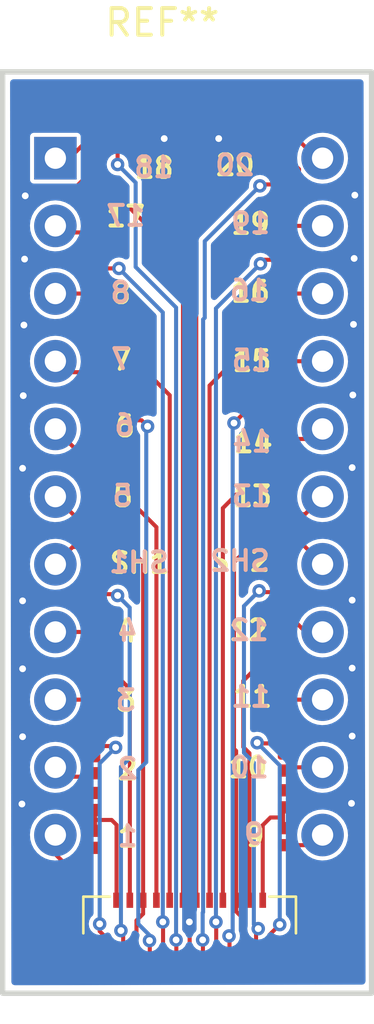
<source format=kicad_pcb>
(kicad_pcb (version 20211014) (generator pcbnew)

  (general
    (thickness 1.6)
  )

  (paper "A4")
  (layers
    (0 "F.Cu" signal)
    (31 "B.Cu" signal)
    (32 "B.Adhes" user "B.Adhesive")
    (33 "F.Adhes" user "F.Adhesive")
    (34 "B.Paste" user)
    (35 "F.Paste" user)
    (36 "B.SilkS" user "B.Silkscreen")
    (37 "F.SilkS" user "F.Silkscreen")
    (38 "B.Mask" user)
    (39 "F.Mask" user)
    (40 "Dwgs.User" user "User.Drawings")
    (41 "Cmts.User" user "User.Comments")
    (42 "Eco1.User" user "User.Eco1")
    (43 "Eco2.User" user "User.Eco2")
    (44 "Edge.Cuts" user)
    (45 "Margin" user)
    (46 "B.CrtYd" user "B.Courtyard")
    (47 "F.CrtYd" user "F.Courtyard")
    (48 "B.Fab" user)
    (49 "F.Fab" user)
    (50 "User.1" user)
    (51 "User.2" user)
    (52 "User.3" user)
    (53 "User.4" user)
    (54 "User.5" user)
    (55 "User.6" user)
    (56 "User.7" user)
    (57 "User.8" user)
    (58 "User.9" user)
  )

  (setup
    (stackup
      (layer "F.SilkS" (type "Top Silk Screen"))
      (layer "F.Paste" (type "Top Solder Paste"))
      (layer "F.Mask" (type "Top Solder Mask") (thickness 0.01))
      (layer "F.Cu" (type "copper") (thickness 0.035))
      (layer "dielectric 1" (type "core") (thickness 1.51) (material "FR4") (epsilon_r 4.5) (loss_tangent 0.02))
      (layer "B.Cu" (type "copper") (thickness 0.035))
      (layer "B.Mask" (type "Bottom Solder Mask") (thickness 0.01))
      (layer "B.Paste" (type "Bottom Solder Paste"))
      (layer "B.SilkS" (type "Bottom Silk Screen"))
      (copper_finish "None")
      (dielectric_constraints no)
    )
    (pad_to_mask_clearance 0)
    (aux_axis_origin 174.5 97.71)
    (pcbplotparams
      (layerselection 0x00010fc_ffffffff)
      (disableapertmacros false)
      (usegerberextensions false)
      (usegerberattributes true)
      (usegerberadvancedattributes true)
      (creategerberjobfile true)
      (svguseinch false)
      (svgprecision 6)
      (excludeedgelayer true)
      (plotframeref false)
      (viasonmask false)
      (mode 1)
      (useauxorigin false)
      (hpglpennumber 1)
      (hpglpenspeed 20)
      (hpglpendiameter 15.000000)
      (dxfpolygonmode true)
      (dxfimperialunits true)
      (dxfusepcbnewfont true)
      (psnegative false)
      (psa4output false)
      (plotreference true)
      (plotvalue true)
      (plotinvisibletext false)
      (sketchpadsonfab false)
      (subtractmaskfromsilk false)
      (outputformat 1)
      (mirror false)
      (drillshape 1)
      (scaleselection 1)
      (outputdirectory "")
    )
  )

  (net 0 "")
  (net 1 "17")
  (net 2 "Net-(R2-Pad2)")
  (net 3 "Net-(R3-Pad2)")
  (net 4 "Net-(R20-Pad1)")
  (net 5 "9")
  (net 6 "Net-(R19-Pad1)")
  (net 7 "10")
  (net 8 "Net-(R18-Pad1)")
  (net 9 "11")
  (net 10 "Net-(R17-Pad1)")
  (net 11 "12")
  (net 12 "Net-(R16-Pad1)")
  (net 13 "13")
  (net 14 "Net-(R15-Pad1)")
  (net 15 "14")
  (net 16 "Net-(R14-Pad1)")
  (net 17 "15")
  (net 18 "Net-(R13-Pad1)")
  (net 19 "16")
  (net 20 "Net-(R12-Pad1)")
  (net 21 "19")
  (net 22 "Net-(R11-Pad1)")
  (net 23 "20")
  (net 24 "1")
  (net 25 "Net-(R10-Pad2)")
  (net 26 "2")
  (net 27 "Net-(R9-Pad2)")
  (net 28 "3")
  (net 29 "Net-(R8-Pad2)")
  (net 30 "4")
  (net 31 "Net-(R7-Pad2)")
  (net 32 "5")
  (net 33 "Net-(R6-Pad2)")
  (net 34 "6")
  (net 35 "Net-(R5-Pad2)")
  (net 36 "18")
  (net 37 "Net-(R1-Pad2)")
  (net 38 "7")
  (net 39 "Net-(R4-Pad2)")
  (net 40 "Net-(C1-Pad1)")
  (net 41 "GND")
  (net 42 "Net-(C11-Pad2)")

  (footprint "lowpassfilter_fp:rb_rotator" (layer "F.Cu") (at 143.78644 94.54994))

  (footprint "Resistor_SMD:R_0201_0603Metric" (layer "F.Cu") (at 140.32644 64.72298 180))

  (footprint "lowpassfilter_fp:custom DIP-22_wider-board" (layer "F.Cu") (at 138.73478 65.46149))

  (footprint "Resistor_SMD:R_0201_0603Metric" (layer "F.Cu") (at 147.30144 85.27298 90))

  (footprint "Capacitor_SMD:C_0201_0603Metric" (layer "F.Cu") (at 140.22644 70.34798 90))

  (footprint "Resistor_SMD:R_0201_0603Metric" (layer "F.Cu") (at 147.30144 90.92298 90))

  (footprint "Resistor_SMD:R_0201_0603Metric" (layer "F.Cu") (at 147.30144 88.12298 90))

  (footprint "Capacitor_SMD:C_0201_0603Metric" (layer "F.Cu") (at 147.30144 89.50298 90))

  (footprint "Resistor_SMD:R_0201_0603Metric" (layer "F.Cu") (at 140.22644 85.37298 90))

  (footprint "Capacitor_SMD:C_0201_0603Metric" (layer "F.Cu") (at 140.22644 67.52298 90))

  (footprint "Capacitor_SMD:C_0201_0603Metric" (layer "F.Cu") (at 140.22644 73.17298 90))

  (footprint "Resistor_SMD:R_0201_0603Metric" (layer "F.Cu") (at 140.22644 88.22298 90))

  (footprint "Capacitor_SMD:C_0201_0603Metric" (layer "F.Cu") (at 140.22644 89.60298 90))

  (footprint "Capacitor_SMD:C_0201_0603Metric" (layer "F.Cu") (at 147.30144 67.20298 90))

  (footprint "Resistor_SMD:R_0201_0603Metric" (layer "F.Cu") (at 147.30144 68.62298 90))

  (footprint "Capacitor_SMD:C_0201_0603Metric" (layer "F.Cu") (at 146.00144 64.62298 180))

  (footprint "Resistor_SMD:R_0201_0603Metric" (layer "F.Cu") (at 147.30144 77.09798 90))

  (footprint "Capacitor_SMD:C_0201_0603Metric" (layer "F.Cu") (at 147.30144 75.67798 90))

  (footprint "Capacitor_SMD:C_0201_0603Metric" (layer "F.Cu") (at 147.30144 81.02798 90))

  (footprint "Capacitor_SMD:C_0201_0603Metric" (layer "F.Cu") (at 141.73144 64.72298 180))

  (footprint "Resistor_SMD:R_0201_0603Metric" (layer "F.Cu") (at 140.22644 66.11798 90))

  (footprint "Capacitor_SMD:C_0201_0603Metric" (layer "F.Cu") (at 147.30144 86.70298 90))

  (footprint "Capacitor_SMD:C_0201_0603Metric" (layer "F.Cu") (at 147.30144 83.85298 90))

  (footprint "Resistor_SMD:R_0201_0603Metric" (layer "F.Cu") (at 140.22644 71.76798 90))

  (footprint "Resistor_SMD:R_0201_0603Metric" (layer "F.Cu") (at 140.22644 74.59298 90))

  (footprint "Resistor_SMD:R_0201_0603Metric" (layer "F.Cu") (at 147.30144 74.27298 90))

  (footprint "Capacitor_SMD:C_0201_0603Metric" (layer "F.Cu") (at 147.30144 70.02798 90))

  (footprint "Resistor_SMD:R_0201_0603Metric" (layer "F.Cu") (at 140.22644 91.02298 90))

  (footprint "Capacitor_SMD:C_0201_0603Metric" (layer "F.Cu") (at 140.22644 83.95298 90))

  (footprint "Capacitor_SMD:C_0201_0603Metric" (layer "F.Cu") (at 140.22644 81.12798 90))

  (footprint "Resistor_SMD:R_0201_0603Metric" (layer "F.Cu") (at 140.22644 77.41798 90))

  (footprint "Resistor_SMD:R_0201_0603Metric" (layer "F.Cu") (at 147.30144 71.44798 90))

  (footprint "Resistor_SMD:R_0201_0603Metric" (layer "F.Cu") (at 140.22644 82.57298 90))

  (footprint "Capacitor_SMD:C_0201_0603Metric" (layer "F.Cu") (at 140.22644 86.80298 90))

  (footprint "Resistor_SMD:R_0201_0603Metric" (layer "F.Cu") (at 140.22644 68.94298 90))

  (footprint "Resistor_SMD:R_0201_0603Metric" (layer "F.Cu") (at 147.40144 64.62298 180))

  (footprint "Capacitor_SMD:C_0201_0603Metric" (layer "F.Cu") (at 140.22644 75.99798 90))

  (footprint "Capacitor_SMD:C_0201_0603Metric" (layer "F.Cu") (at 147.30144 78.50298 90))

  (footprint "Capacitor_SMD:C_0201_0603Metric" (layer "F.Cu") (at 140.22644 78.82298 90))

  (footprint "Resistor_SMD:R_0201_0603Metric" (layer "F.Cu") (at 147.30144 82.47298 90))

  (footprint "Resistor_SMD:R_0201_0603Metric" (layer "F.Cu") (at 147.30144 65.79798 90))

  (footprint "Capacitor_SMD:C_0201_0603Metric" (layer "F.Cu") (at 147.30144 72.85298 90))

  (gr_rect (start 136.75144 62.22298) (end 150.63 96.8) (layer "Edge.Cuts") (width 0.2) (fill none) (tstamp 6a7c9fc8-59f7-4e97-b5aa-2f7f0ca5b9d0))
  (gr_text "SH1" (at 141.88 80.625) (layer "B.SilkS") (tstamp 27e377c1-9c00-4558-b073-a9cfcefc7ab5)
    (effects (font (size 0.75 0.75) (thickness 0.15)) (justify mirror))
  )
  (gr_text "17" (at 141.38 67.625) (layer "B.SilkS") (tstamp 297c04c4-21d5-411b-8b2f-ba8bf2276ad9)
    (effects (font (size 0.75 0.75) (thickness 0.15)) (justify mirror))
  )
  (gr_text "14" (at 146.13 76.1) (layer "B.SilkS") (tstamp 2a75d472-6ded-478a-865e-1effaea00169)
    (effects (font (size 0.75 0.75) (thickness 0.15)) (justify mirror))
  )
  (gr_text "4" (at 141.455 83.2) (layer "B.SilkS") (tstamp 35996be6-8683-4aa6-b2f3-7d475f9b987e)
    (effects (font (size 0.75 0.75) (thickness 0.15)) (justify mirror))
  )
  (gr_text "2" (at 141.455 88.375) (layer "B.SilkS") (tstamp 3d5cb348-0efd-4ee1-b15d-42ed093e749a)
    (effects (font (size 0.75 0.75) (thickness 0.15)) (justify mirror))
  )
  (gr_text "19" (at 146.08 67.9) (layer "B.SilkS") (tstamp 424b9d98-a57e-4f60-9835-74219e390485)
    (effects (font (size 0.75 0.75) (thickness 0.15)) (justify mirror))
  )
  (gr_text "13" (at 146.105 78.15) (layer "B.SilkS") (tstamp 4b007f5b-255a-45be-8a2f-5d8bf8b2d41e)
    (effects (font (size 0.75 0.75) (thickness 0.15)) (justify mirror))
  )
  (gr_text "3" (at 141.38 85.8) (layer "B.SilkS") (tstamp 564c62a9-08f1-46a1-9f64-8f6fd13c6b1b)
    (effects (font (size 0.75 0.75) (thickness 0.15)) (justify mirror))
  )
  (gr_text "15" (at 146.105 73.05) (layer "B.SilkS") (tstamp 65392407-9e2f-4bc5-b96a-d56684c519c0)
    (effects (font (size 0.75 0.75) (thickness 0.15)) (justify mirror))
  )
  (gr_text "9" (at 146.205 90.825) (layer "B.SilkS") (tstamp 812b88a9-d773-4650-bc33-f9c336b6ea1a)
    (effects (font (size 0.75 0.75) (thickness 0.15)) (justify mirror))
  )
  (gr_text "12" (at 146.03 83.175) (layer "B.SilkS") (tstamp 9484b94d-efcd-4d47-8dd3-b23e2d57601d)
    (effects (font (size 0.75 0.75) (thickness 0.15)) (justify mirror))
  )
  (gr_text "18" (at 142.43 65.8) (layer "B.SilkS") (tstamp 9ed4e645-0509-47b3-9051-d4754a89b351)
    (effects (font (size 0.75 0.75) (thickness 0.15)) (justify mirror))
  )
  (gr_text "8" (at 141.18 70.5) (layer "B.SilkS") (tstamp a9a487b7-2a4f-4c4d-b33a-29ad0abe7120)
    (effects (font (size 0.75 0.75) (thickness 0.15)) (justify mirror))
  )
  (gr_text "20" (at 145.48 65.725) (layer "B.SilkS") (tstamp c1d5cc27-7b63-426a-b3ca-f417079dd44d)
    (effects (font (size 0.75 0.75) (thickness 0.15)) (justify mirror))
  )
  (gr_text "5" (at 141.255 78.125) (layer "B.SilkS") (tstamp c3293a0e-5077-4ee5-b8c1-d383881bb78a)
    (effects (font (size 0.75 0.75) (thickness 0.15)) (justify mirror))
  )
  (gr_text "7" (at 141.205 73) (layer "B.SilkS") (tstamp c7c1c832-7eba-4ca1-95d8-2a13ffc5f990)
    (effects (font (size 0.75 0.75) (thickness 0.15)) (justify mirror))
  )
  (gr_text "10" (at 146.03 88.325) (layer "B.SilkS") (tstamp cb72c999-1171-4d17-aeb5-ddbbfee9efbe)
    (effects (font (size 0.75 0.75) (thickness 0.15)) (justify mirror))
  )
  (gr_text "SH2" (at 145.68 80.575) (layer "B.SilkS") (tstamp cdd1702d-6c01-4755-9f0e-9aee300af22e)
    (effects (font (size 0.75 0.75) (thickness 0.15)) (justify mirror))
  )
  (gr_text "11" (at 146.08 85.675) (layer "B.SilkS") (tstamp cdec5073-d8b9-47e2-adb1-ec5a251c66d3)
    (effects (font (size 0.75 0.75) (thickness 0.15)) (justify mirror))
  )
  (gr_text "16" (at 146.03 70.425) (layer "B.SilkS") (tstamp ecd2a0d3-3877-44de-85e4-c604b0c9b7fd)
    (effects (font (size 0.75 0.75) (thickness 0.15)) (justify mirror))
  )
  (gr_text "6" (at 141.33 75.475) (layer "B.SilkS") (tstamp f6c9fc11-4413-4d3d-984d-5da66a897eee)
    (effects (font (size 0.75 0.75) (thickness 0.15)) (justify mirror))
  )
  (gr_text "1" (at 141.455 90.9) (layer "B.SilkS") (tstamp fff861d5-4d93-4257-add0-38b71cbdec53)
    (effects (font (size 0.75 0.75) (thickness 0.15)) (justify mirror))
  )
  (gr_text "18" (at 142.455 65.825) (layer "F.SilkS") (tstamp 058f6bf7-9de9-44e6-87df-c60fc8b5c0d2)
    (effects (font (size 0.75 0.75) (thickness 0.15)))
  )
  (gr_text "2" (at 141.455 88.4) (layer "F.SilkS") (tstamp 14e35611-961b-44fd-99b9-53dcca2afe42)
    (effects (font (size 0.75 0.75) (thickness 0.15)))
  )
  (gr_text "17" (at 141.38 67.65) (layer "F.SilkS") (tstamp 188ad5d8-b730-4955-b07c-f907a427f93e)
    (effects (font (size 0.75 0.75) (thickness 0.15)))
  )
  (gr_text "SH2" (at 145.68 80.575) (layer "F.SilkS") (tstamp 2db8f601-4a1e-4010-9a1e-d726f624c5b9)
    (effects (font (size 0.75 0.75) (thickness 0.15)))
  )
  (gr_text "19" (at 146.08 67.925) (layer "F.SilkS") (tstamp 365b84b4-6bcc-4de1-bc93-1b643e673495)
    (effects (font (size 0.75 0.75) (thickness 0.15)))
  )
  (gr_text "14" (at 146.18 76.125) (layer "F.SilkS") (tstamp 3ed82ca8-97d2-462a-a021-17195155f885)
    (effects (font (size 0.75 0.75) (thickness 0.15)))
  )
  (gr_text "10" (at 145.98 88.325) (layer "F.SilkS") (tstamp 4c57e447-6645-4e0d-9319-a5dff30c4553)
    (effects (font (size 0.75 0.75) (thickness 0.15)))
  )
  (gr_text "SH1" (at 141.905 80.65) (layer "F.SilkS") (tstamp 50b6e18c-2538-48d7-b758-6f637271faa0)
    (effects (font (size 0.75 0.75) (thickness 0.15)))
  )
  (gr_text "1" (at 141.455 90.925) (layer "F.SilkS") (tstamp 5ea7afef-c376-4951-b340-58ad80b070e9)
    (effects (font (size 0.75 0.75) (thickness 0.15)))
  )
  (gr_text "6" (at 141.355 75.525) (layer "F.SilkS") (tstamp 60b7b217-d049-41ab-addf-85887af896f8)
    (effects (font (size 0.75 0.75) (thickness 0.15)))
  )
  (gr_text "13" (at 146.155 78.15) (layer "F.SilkS") (tstamp 6adc059f-310a-4228-b68c-5bbe64b21cbb)
    (effects (font (size 0.75 0.75) (thickness 0.15)))
  )
  (gr_text "16" (at 146.08 70.475) (layer "F.SilkS") (tstamp 7c0fe157-8484-4dc7-aeb3-42ce9f44bf05)
    (effects (font (size 0.75 0.75) (thickness 0.15)))
  )
  (gr_text "20" (at 145.505 65.725) (layer "F.SilkS") (tstamp 869ad645-3b5f-49b7-9e4d-bf0671f7cbb9)
    (effects (font (size 0.75 0.75) (thickness 0.15)))
  )
  (gr_text "15" (at 146.13 73.075) (layer "F.SilkS") (tstamp 8c168848-f47b-49be-a7b1-8f5a2479cd8f)
    (effects (font (size 0.75 0.75) (thickness 0.15)))
  )
  (gr_text "4" (at 141.43 83.225) (layer "F.SilkS") (tstamp 9140f764-b72b-4409-95cb-995e787debc5)
    (effects (font (size 0.75 0.75) (thickness 0.15)))
  )
  (gr_text "9" (at 146.23 90.9) (layer "F.SilkS") (tstamp a14c5a84-321f-43a6-b498-b091aa35171c)
    (effects (font (size 0.75 0.75) (thickness 0.15)))
  )
  (gr_text "3" (at 141.405 85.825) (layer "F.SilkS") (tstamp aa1287ce-02f6-49a8-a1b7-528215e8a450)
    (effects (font (size 0.75 0.75) (thickness 0.15)))
  )
  (gr_text "11" (at 146.155 85.675) (layer "F.SilkS") (tstamp bb69f252-b591-4a4a-a197-edd87c115eb8)
    (effects (font (size 0.75 0.75) (thickness 0.15)))
  )
  (gr_text "8" (at 141.205 70.525) (layer "F.SilkS") (tstamp e0b09f42-04ab-42d6-a97d-2fe7a9516a44)
    (effects (font (size 0.75 0.75) (thickness 0.15)))
  )
  (gr_text "7" (at 141.23 73.025) (layer "F.SilkS") (tstamp f1ba5ef1-8b76-4800-8ec5-0ff0ed3f0d52)
    (effects (font (size 0.75 0.75) (thickness 0.15)))
  )
  (gr_text "12" (at 146.005 83.175) (layer "F.SilkS") (tstamp f60d00d5-5d79-41be-b9dc-ae97a6086b57)
    (effects (font (size 0.75 0.75) (thickness 0.15)))
  )
  (gr_text "5" (at 141.28 78.15) (layer "F.SilkS") (tstamp fdfae414-3c94-4194-b594-549be7243456)
    (effects (font (size 0.75 0.75) (thickness 0.15)))
  )

  (segment (start 141.005 66.8) (end 140.24788 66.8) (width 0.1524) (layer "F.Cu") (net 1) (tstamp 09debfbb-32d7-4a2b-83be-f9302cdef1e4))
  (segment (start 143.53644 69.33144) (end 141.005 66.8) (width 0.1524) (layer "F.Cu") (net 1) (tstamp 1cdacc34-8046-4ed3-866e-fd5dd9f9af74))
  (segment (start 140.24788 66.8) (end 140.22644 66.82144) (width 0.1524) (layer "F.Cu") (net 1) (tstamp 2533aecf-ff23-42dd-98d0-dad99f71c62a))
  (segment (start 140.22644 67.17298) (end 140.25144 67.14798) (width 0.1524) (layer "F.Cu") (net 1) (tstamp a95ef092-342a-4709-ad13-30c238f9b633))
  (segment (start 140.22644 66.82144) (end 140.22644 66.43798) (width 0.1524) (layer "F.Cu") (net 1) (tstamp c7b2800f-f760-4cb1-8997-6ec1708e9bd0))
  (segment (start 140.22644 67.20298) (end 140.22644 66.82144) (width 0.1524) (layer "F.Cu") (net 1) (tstamp c871b3dc-ae3b-439b-8c6e-0fabff3da142))
  (segment (start 143.53644 93.30994) (end 143.53644 69.33144) (width 0.1524) (layer "F.Cu") (net 1) (tstamp ca898478-be4c-4afa-a15b-9cdf1d736a57))
  (segment (start 140.22644 87.90298) (end 140.22644 87.52298) (width 0.1524) (layer "F.Cu") (net 2) (tstamp 0e15a6ff-a289-4853-8064-1cd06748e94d))
  (segment (start 140.78644 95.71494) (end 140.78644 94.85644) (width 0.1524) (layer "F.Cu") (net 2) (tstamp 0f6ae9cb-76bb-4f5b-ac0f-74f7401b6b3c))
  (segment (start 141.00144 87.57298) (end 140.95144 87.52298) (width 0.1524) (layer "F.Cu") (net 2) (tstamp 62916c21-96b3-4019-a9d6-b367869a8f25))
  (segment (start 140.95144 87.52298) (end 140.22644 87.52298) (width 0.1524) (layer "F.Cu") (net 2) (tstamp 69a9b1a7-600d-43c8-835f-962632640819))
  (segment (start 140.78644 94.85644) (end 140.40144 94.47144) (width 0.1524) (layer "F.Cu") (net 2) (tstamp aee83983-f729-436c-add6-4924713008a1))
  (segment (start 140.22644 87.52298) (end 140.22644 87.12298) (width 0.1524) (layer "F.Cu") (net 2) (tstamp e7b255a8-c3b2-4271-b635-ff6aeaa4c630))
  (segment (start 140.40144 94.47144) (end 140.40144 94.19798) (width 0.1524) (layer "F.Cu") (net 2) (tstamp f0adbd27-a04a-4d5e-ae74-e1a0d8861e6c))
  (via (at 140.40144 94.19798) (size 0.508) (drill 0.254) (layers "F.Cu" "B.Cu") (free) (net 2) (tstamp 9d6a1cff-fe0c-4bea-81f9-6fd8e5d2b619))
  (via (at 141.00144 87.57298) (size 0.508) (drill 0.254) (layers "F.Cu" "B.Cu") (free) (net 2) (tstamp 9ded55e7-9c4a-43b9-9c22-1cb035c910db))
  (segment (start 140.40144 88.17298) (end 141.00144 87.57298) (width 0.1524) (layer "B.Cu") (net 2) (tstamp 42d4bd62-a7a5-4ced-a9ea-29620200642c))
  (segment (start 140.40144 94.19798) (end 140.40144 88.17298) (width 0.1524) (layer "B.Cu") (net 2) (tstamp bf4f6a5a-19b5-4edd-90a5-3362dfb79a7d))
  (segment (start 141.53644 85.38144) (end 140.85856 84.70356) (width 0.1524) (layer "F.Cu") (net 3) (tstamp 47dc6eeb-28d9-4352-8216-bc741cf20e32))
  (segment (start 140.22644 85.05298) (end 140.22644 84.70356) (width 0.1524) (layer "F.Cu") (net 3) (tstamp 4b73a9bc-ece6-4764-9e15-0b9538eff0f4))
  (segment (start 140.13793 85.78149) (end 140.22644 85.69298) (width 0.1524) (layer "F.Cu") (net 3) (tstamp 7db09ef5-7e20-4d0b-b516-610199523282))
  (segment (start 138.73478 85.78149) (end 140.13793 85.78149) (width 0.1524) (layer "F.Cu") (net 3) (tstamp 7f1a0c58-4544-4442-b7b6-14d9f29ae350))
  (segment (start 140.22644 84.70356) (end 140.22644 84.27298) (width 0.1524) (layer "F.Cu") (net 3) (tstamp cae4edd5-7f41-4469-8585-5ee4522028fd))
  (segment (start 140.85856 84.70356) (end 140.22644 84.70356) (width 0.1524) (layer "F.Cu") (net 3) (tstamp d15daf31-f96a-4aa4-b094-cce172e77df5))
  (segment (start 141.53644 93.30994) (end 141.53644 85.38144) (width 0.1524) (layer "F.Cu") (net 3) (tstamp fb451dbe-b9a5-4031-baad-484910c193ca))
  (segment (start 148.7881 65.46149) (end 148.55995 65.46149) (width 0.1524) (layer "F.Cu") (net 4) (tstamp c0013eea-f187-4613-ab4f-377f275c6cc2))
  (segment (start 148.55995 65.46149) (end 147.72144 64.62298) (width 0.1524) (layer "F.Cu") (net 4) (tstamp d2b52e94-f7d9-4a38-9863-953645a667a1))
  (segment (start 148.40661 91.24298) (end 147.30144 91.24298) (width 0.1524) (layer "F.Cu") (net 5) (tstamp 2df8e7d2-9f34-4740-a7c8-e0e80d877811))
  (segment (start 148.7881 90.86149) (end 148.40661 91.24298) (width 0.1524) (layer "F.Cu") (net 5) (tstamp 662216f6-d254-4599-8b53-a2975d9ebd3c))
  (segment (start 147.77995 68.00149) (end 147.30144 67.52298) (width 0.1524) (layer "F.Cu") (net 6) (tstamp ac6d9791-d26d-46b2-a321-a4bcbf4eb118))
  (segment (start 148.7881 68.00149) (end 147.77995 68.00149) (width 0.1524) (layer "F.Cu") (net 6) (tstamp ece80e1b-05e2-43c6-b917-dfacd71a4865))
  (segment (start 148.7881 88.32149) (end 147.42293 88.32149) (width 0.1524) (layer "F.Cu") (net 7) (tstamp 6b0c9e3a-4d64-41c3-a14f-51a894ea9a1d))
  (segment (start 147.42293 88.32149) (end 147.30144 88.44298) (width 0.1524) (layer "F.Cu") (net 7) (tstamp ceea92f4-024d-49d2-aa08-a724015167e7))
  (segment (start 138.73478 65.46149) (end 139.26793 65.46149) (width 0.1524) (layer "F.Cu") (net 8) (tstamp 193df3d2-ee95-4e3f-b435-4cafbdbf429c))
  (segment (start 139.26793 65.46149) (end 140.00644 64.72298) (width 0.1524) (layer "F.Cu") (net 8) (tstamp 6551624e-bb0b-4dd1-a53e-cf57549b56f7))
  (segment (start 146.03644 93.30994) (end 146.03644 87.79048) (width 0.1524) (layer "F.Cu") (net 9) (tstamp 06bae502-8f00-4ca9-b840-2c46d8e62041))
  (segment (start 146.30856 84.57144) (end 147.30144 84.57144) (width 0.1524) (layer "F.Cu") (net 9) (tstamp 4e45628e-a949-43b1-897d-5cfbaf99668f))
  (segment (start 147.30144 84.57144) (end 147.30144 84.17298) (width 0.1524) (layer "F.Cu") (net 9) (tstamp 83d585a3-1abb-42ba-a4b0-ff8b0399dea8))
  (segment (start 145.805 85.075) (end 146.30856 84.57144) (width 0.1524) (layer "F.Cu") (net 9) (tstamp 868c92f4-f197-497b-8d0e-84c0386aaf51))
  (segment (start 147.30144 84.95298) (end 147.30144 84.57144) (width 0.1524) (layer "F.Cu") (net 9) (tstamp c18cef8f-3447-4f2b-8273-f01ed9093eb5))
  (segment (start 146.03644 87.79048) (end 145.805 87.55904) (width 0.1524) (layer "F.Cu") (net 9) (tstamp d5b928aa-1d33-4819-aa61-fe027ffbae2c))
  (segment (start 145.805 87.55904) (end 145.805 85.075) (width 0.1524) (layer "F.Cu") (net 9) (tstamp f990e999-c8b4-4026-a3fd-fd697a4c6719))
  (segment (start 140.22644 68.17298) (end 140.22644 67.84298) (width 0.1524) (layer "F.Cu") (net 10) (tstamp 6729917d-be32-44b2-bc47-6e0fa7d7a1bb))
  (segment (start 138.98127 68.24798) (end 140.15144 68.24798) (width 0.1524) (layer "F.Cu") (net 10) (tstamp 7f7c2558-56fa-41b8-8367-0d368c0097a4))
  (segment (start 138.73478 68.00149) (end 138.98127 68.24798) (width 0.1524) (layer "F.Cu") (net 10) (tstamp 896ba3a0-ab67-4491-8afa-cfcac1a09228))
  (segment (start 140.15144 68.24798) (end 140.22644 68.17298) (width 0.1524) (layer "F.Cu") (net 10) (tstamp a96e8d0f-72bf-43cd-b143-62dd9fcad965))
  (segment (start 147.30144 81.74644) (end 147.30144 81.34798) (width 0.1524) (layer "F.Cu") (net 11) (tstamp 5bf04a7c-1787-4df6-b045-b6f740c3622e))
  (segment (start 146.28644 94.455792) (end 146.28644 95.71494) (width 0.1524) (layer "F.Cu") (net 11) (tstamp 806ccf38-c6db-4087-99dd-afb71fb8021f))
  (segment (start 147.30144 81.74644) (end 146.4499 81.74644) (width 0.1524) (layer "F.Cu") (net 11) (tstamp 91f5074e-71a0-4da3-b67d-15c6e57899ad))
  (segment (start 146.42644 81.67298) (end 146.40144 81.69798) (width 0.1524) (layer "F.Cu") (net 11) (tstamp a19bbaea-503f-4f04-b2d8-9015c5332f77))
  (segment (start 146.4499 81.74644) (end 146.40144 81.69798) (width 0.1524) (layer "F.Cu") (net 11) (tstamp cab7113d-29a3-4ebc-9a5c-c4f0eecfe1f4))
  (segment (start 147.30144 82.15298) (end 147.30144 81.74644) (width 0.1524) (layer "F.Cu") (net 11) (tstamp ec06f514-5f99-43c6-8336-c3c725ab9549))
  (segment (start 146.367091 94.375141) (end 146.28644 94.455792) (width 0.1524) (layer "F.Cu") (net 11) (tstamp fe7c7958-fa52-4986-aba5-4371c34dcfe3))
  (via (at 146.367091 94.375141) (size 0.508) (drill 0.254) (layers "F.Cu" "B.Cu") (free) (net 11) (tstamp 7c17f3bb-41ab-40e2-a607-c99488e0a5c2))
  (via (at 146.40144 81.69798) (size 0.508) (drill 0.254) (layers "F.Cu" "B.Cu") (free) (net 11) (tstamp fbadf9e8-8b0a-4dc1-9acf-ef3244d82e1a))
  (segment (start 145.83 87.775) (end 145.83 82.26942) (width 0.1524) (layer "B.Cu") (net 11) (tstamp 58bcdfec-84b4-46e2-82d0-2cf03132fa18))
  (segment (start 146.20144 88.14644) (end 145.83 87.775) (width 0.1524) (layer "B.Cu") (net 11) (tstamp 67a12808-d1c2-4d47-b555-5b6dd3bbfa83))
  (segment (start 145.83 82.26942) (end 146.40144 81.69798) (width 0.1524) (layer "B.Cu") (net 11) (tstamp 6d74c8a9-8ee3-4daa-b934-ef2169579439))
  (segment (start 146.20144 94.20949) (end 146.20144 88.14644) (width 0.1524) (layer "B.Cu") (net 11) (tstamp 77b7e14f-a67c-4822-aa86-87ebdf2429da))
  (segment (start 146.367091 94.375141) (end 146.20144 94.20949) (width 0.1524) (layer "B.Cu") (net 11) (tstamp a4901182-9c10-4a94-b170-1f0d096b1411))
  (segment (start 148.7881 70.54149) (end 147.49495 70.54149) (width 0.1524) (layer "F.Cu") (net 12) (tstamp 1972024e-2e63-480f-aeb8-9e8a12cf751f))
  (segment (start 147.49495 70.54149) (end 147.30144 70.34798) (width 0.1524) (layer "F.Cu") (net 12) (tstamp fe058c66-16e1-4358-b85a-bec37d7f9be2))
  (segment (start 147.28356 77.77856) (end 147.30144 77.79644) (width 0.1524) (layer "F.Cu") (net 13) (tstamp 2e79bf7c-c024-4889-b910-158829ab8d2d))
  (segment (start 145.03644 93.30994) (end 145.03644 78.59356) (width 0.1524) (layer "F.Cu") (net 13) (tstamp 38bf1a77-7946-4b3e-9ff5-01c3842e69a1))
  (segment (start 145.03644 78.59356) (end 145.85144 77.77856) (width 0.1524) (layer "F.Cu") (net 13) (tstamp 495177e1-239d-4817-9b6f-d0a352ae2ed0))
  (segment (start 145.85144 77.77856) (end 147.28356 77.77856) (width 0.1524) (layer "F.Cu") (net 13) (tstamp 7188f9a0-deff-4523-be42-41c9cc6a7e27))
  (segment (start 147.30144 78.18298) (end 147.30144 77.79644) (width 0.1524) (layer "F.Cu") (net 13) (tstamp 88889458-7ab4-45f5-8d0e-178fb188231f))
  (segment (start 147.30144 77.79644) (end 147.30144 77.41798) (width 0.1524) (layer "F.Cu") (net 13) (tstamp 9aeb2689-43fc-4fde-b10a-3433c158f24c))
  (segment (start 148.7881 73.08149) (end 147.39293 73.08149) (width 0.1524) (layer "F.Cu") (net 14) (tstamp ea3f1fe8-0e9e-4411-9089-c138009edeb9))
  (segment (start 147.39293 73.08149) (end 147.30144 73.17298) (width 0.1524) (layer "F.Cu") (net 14) (tstamp fe4f93a9-69fa-4c8e-bf59-7a1db7a1aaec))
  (segment (start 145.26854 94.65) (end 145.28644 94.6679) (width 0.1524) (layer "F.Cu") (net 15) (tstamp 470816ff-5c38-4573-baa2-bce356d16303))
  (segment (start 145.28644 94.6679) (end 145.28644 95.71494) (width 0.1524) (layer "F.Cu") (net 15) (tstamp 599813c9-24de-4a1d-950d-71093e9c3150))
  (segment (start 147.30144 75.02298) (end 147.30144 74.59298) (width 0.1524) (layer "F.Cu") (net 15) (tstamp 6e8add70-b59c-4089-887a-07d3ccda289d))
  (segment (start 145.83202 75.02298) (end 147.30144 75.02298) (width 0.1524) (layer "F.Cu") (net 15) (tstamp 7838f0e8-b7c6-4bc2-aadf-d7cb3303a5de))
  (segment (start 147.30144 75.35798) (end 147.30144 75.02298) (width 0.1524) (layer "F.Cu") (net 15) (tstamp 9ced99a0-9826-455b-b538-7b45d8cce6ba))
  (segment (start 145.455 75.4) (end 145.83202 75.02298) (width 0.1524) (layer "F.Cu") (net 15) (tstamp c9bbc781-e228-4849-ae48-2c92dacf24d4))
  (via (at 145.26854 94.65) (size 0.508) (drill 0.254) (layers "F.Cu" "B.Cu") (free) (net 15) (tstamp 5fa9ecea-2a47-4fab-8845-e01627d96e42))
  (via (at 145.455 75.4) (size 0.508) (drill 0.254) (layers "F.Cu" "B.Cu") (free) (net 15) (tstamp dc7adc5c-71e4-48d8-8a27-df9ec57e3381))
  (segment (start 145.405 94.51354) (end 145.26854 94.65) (width 0.1524) (layer "B.Cu") (net 15) (tstamp 2e40acfe-1ee2-4461-ba71-69b0e73c1e34))
  (segment (start 145.455 75.4) (end 145.455 75.55) (width 0.1524) (layer "B.Cu") (net 15) (tstamp 3975acad-ff5b-4e19-9f6d-a61225b5ee31))
  (segment (start 145.455 75.55) (end 145.405 75.6) (width 0.1524) (layer "B.Cu") (net 15) (tstamp 589c1284-416f-4664-a98c-781d708fe52b))
  (segment (start 145.405 75.6) (end 145.405 94.51354) (width 0.1524) (layer "B.Cu") (net 15) (tstamp ea59dee5-ebab-4a2f-8c24-7e9af985f077))
  (segment (start 148.41161 75.99798) (end 147.30144 75.99798) (width 0.1524) (layer "F.Cu") (net 16) (tstamp 24464dbc-669b-4042-bed6-96358144e2e7))
  (segment (start 148.7881 75.62149) (end 148.41161 75.99798) (width 0.1524) (layer "F.Cu") (net 16) (tstamp b8a0dd01-9901-417f-bbce-54f87e1c1c8a))
  (segment (start 146.37644 72.15356) (end 147.30144 72.15356) (width 0.1524) (layer "F.Cu") (net 17) (tstamp 13375e5c-d206-4969-a6fb-494b3e50fa10))
  (segment (start 147.30144 72.15356) (end 147.30144 71.76798) (width 0.1524) (layer "F.Cu") (net 17) (tstamp 15e81e34-5657-4d13-b135-22f3a94ac1c9))
  (segment (start 144.53644 73.99356) (end 146.37644 72.15356) (width 0.1524) (layer "F.Cu") (net 17) (tstamp 39529c55-d608-4426-86ad-bdb6d117ca52))
  (segment (start 144.53644 93.30994) (end 144.53644 73.99356) (width 0.1524) (layer "F.Cu") (net 17) (tstamp 663bfd23-add4-45dc-9533-1aee22273ed7))
  (segment (start 147.30144 72.53298) (end 147.30144 72.15356) (width 0.1524) (layer "F.Cu") (net 17) (tstamp 7a062983-d1c0-4706-ab81-fa774c58f4d2))
  (segment (start 148.7881 78.16149) (end 148.12661 78.82298) (width 0.1524) (layer "F.Cu") (net 18) (tstamp 01be1c3e-e316-4e77-a790-f5957161eeb8))
  (segment (start 148.12661 78.82298) (end 147.30144 78.82298) (width 0.1524) (layer "F.Cu") (net 18) (tstamp 6e92a7d3-da92-4213-9680-981b736b8b32))
  (segment (start 147.30144 69.70798) (end 147.30144 69.27298) (width 0.1524) (layer "F.Cu") (net 19) (tstamp 63c64efc-969a-4fec-a3b7-679e42b1f191))
  (segment (start 146.60144 69.27298) (end 146.45144 69.42298) (width 0.1524) (layer "F.Cu") (net 19) (tstamp 6ba4323e-a86d-4469-a368-acdc6d66336f))
  (segment (start 147.30144 69.27298) (end 146.60144 69.27298) (width 0.1524) (layer "F.Cu") (net 19) (tstamp 767878e2-598e-403d-b553-1d87a625b7e4))
  (segment (start 144.78644 95.71494) (end 144.78644 94.13298) (width 0.1524) (layer "F.Cu") (net 19) (tstamp 7cf24335-bfcd-4acc-9248-183dc0b06c0c))
  (segment (start 144.78644 94.13298) (end 144.77644 94.12298) (width 0.1524) (layer "F.Cu") (net 19) (tstamp 9406ca90-9544-44b0-bcf9-9a5d739fc44a))
  (segment (start 147.30144 69.27298) (end 147.30144 68.94298) (width 0.1524) (layer "F.Cu") (net 19) (tstamp cb137a2e-e602-4e73-a6a2-b22df20a521b))
  (via (at 144.77644 94.12298) (size 0.508) (drill 0.254) (layers "F.Cu" "B.Cu") (free) (net 19) (tstamp 77fd5ffe-e631-4dcc-a18a-9c42d6ce5eae))
  (via (at 146.45144 69.42298) (size 0.508) (drill 0.254) (layers "F.Cu" "B.Cu") (free) (net 19) (tstamp 9974a99f-dbfa-4d40-9e63-03fab0a3ad5f))
  (segment (start 144.77644 71.09798) (end 146.45144 69.42298) (width 0.1524) (layer "B.Cu") (net 19) (tstamp 5c981623-67f9-4851-b9a8-548384dbae56))
  (segment (start 144.77644 94.12298) (end 144.77644 71.09798) (width 0.1524) (layer "B.Cu") (net 19) (tstamp c98c1687-eb80-41bc-8f4e-50b0296df336))
  (segment (start 148.14649 83.24149) (end 147.69798 82.79298) (width 0.1524) (layer "F.Cu") (net 20) (tstamp 3bf8471a-931e-4cbf-8f5b-98c254348c37))
  (segment (start 147.69798 82.79298) (end 147.30144 82.79298) (width 0.1524) (layer "F.Cu") (net 20) (tstamp 66eaa0a9-a4e4-45a9-a289-96703fd8e781))
  (segment (start 148.7881 83.24149) (end 148.14649 83.24149) (width 0.1524) (layer "F.Cu") (net 20) (tstamp b6be12d2-ae67-4c3d-bc92-2ad221885db5))
  (segment (start 146.48356 66.44644) (end 146.43 66.5) (width 0.1524) (layer "F.Cu") (net 21) (tstamp 13ef36f3-9b85-413d-b71d-27000d0570f8))
  (segment (start 147.30144 66.11798) (end 147.30144 66.44644) (width 0.1524) (layer "F.Cu") (net 21) (tstamp 1f446b2a-7397-4873-9471-21fc9ae10765))
  (segment (start 144.28644 95.71494) (end 144.28644 94.80798) (width 0.1524) (layer "F.Cu") (net 21) (tstamp 7f4f4395-97cf-4729-adaa-f7f88a83d8bd))
  (segment (start 147.30144 66.44644) (end 147.30144 66.88298) (width 0.1524) (layer "F.Cu") (net 21) (tstamp 81ff1e4c-557f-400a-916c-126104b51c74))
  (segment (start 147.30144 66.44644) (end 146.48356 66.44644) (width 0.1524) (layer "F.Cu") (net 21) (tstamp 94353df1-330f-4681-a7c6-6e334bf503d6))
  (segment (start 144.28644 94.80798) (end 144.27644 94.79798) (width 0.1524) (layer "F.Cu") (net 21) (tstamp f7e3503f-77aa-4cf8-ab07-27fcd172d8c4))
  (via (at 144.27644 94.79798) (size 0.508) (drill 0.254) (layers "F.Cu" "B.Cu") (free) (net 21) (tstamp d46e379b-4440-45b4-8793-1ba6c89a69e2))
  (via (at 146.43 66.5) (size 0.508) (drill 0.254) (layers "F.Cu" "B.Cu") (free) (net 21) (tstamp e513a282-ac06-43f1-9a8a-389e5400fad1))
  (segment (start 144.355 68.575) (end 144.355 71.45) (width 0.1524) (layer "B.Cu") (net 21) (tstamp 13c58c96-7cdf-412c-b712-d24e5c2bc855))
  (segment (start 144.27644 93.77856) (end 144.29384 93.76116) (width 0.1524) (layer "B.Cu") (net 21) (tstamp 2eebd0ce-1c0c-4d8c-8bd3-a786983ddd18))
  (segment (start 144.27644 94.79798) (end 144.27644 93.77856) (width 0.1524) (layer "B.Cu") (net 21) (tstamp 6cebbf76-c2ae-4fdc-a298-cd2a67130350))
  (segment (start 144.355 71.45) (end 144.29384 71.51116) (width 0.1524) (layer "B.Cu") (net 21) (tstamp 9698e5a7-5b36-4720-968c-642dc0189280))
  (segment (start 144.29384 71.51116) (end 144.29384 93.76116) (width 0.1524) (layer "B.Cu") (net 21) (tstamp a630dbfd-b683-4165-8a5a-bf7f1aa22f96))
  (segment (start 146.43 66.5) (end 144.355 68.575) (width 0.1524) (layer "B.Cu") (net 21) (tstamp b603f5cf-1724-4da6-8dc6-fe052c42542f))
  (segment (start 147.48995 85.78149) (end 147.30144 85.59298) (width 0.1524) (layer "F.Cu") (net 22) (tstamp 3712b103-8802-4a7a-9fc7-862cebb94267))
  (segment (start 148.7881 85.78149) (end 147.48995 85.78149) (width 0.1524) (layer "F.Cu") (net 22) (tstamp 64be48fd-0e04-4588-931a-629053cd8e58))
  (segment (start 146.32144 64.62298) (end 146.62798 64.62298) (width 0.1524) (layer "F.Cu") (net 23) (tstamp 478bc498-e53a-4e49-ae95-e514fc4d197b))
  (segment (start 144.03644 67.84356) (end 146.705 65.175) (width 0.1524) (layer "F.Cu") (net 23) (tstamp 6ffb61bf-72cf-4c00-b8d0-91ee54c9838f))
  (segment (start 146.705 64.7) (end 146.62798 64.62298) (width 0.1524) (layer "F.Cu") (net 23) (tstamp d291e144-57cc-46b0-9745-07c984beaad5))
  (segment (start 146.62798 64.62298) (end 146.75144 64.62298) (width 0.1524) (layer "F.Cu") (net 23) (tstamp d9316197-0c26-404d-af52-0842ff9efc2e))
  (segment (start 146.75144 64.62298) (end 147.08144 64.62298) (width 0.1524) (layer "F.Cu") (net 23) (tstamp de44f8b1-fa39-45ec-af5b-1d94e1b89df0))
  (segment (start 144.03644 93.30994) (end 144.03644 67.84356) (width 0.1524) (layer "F.Cu") (net 23) (tstamp df3e4603-1b16-43a5-815c-30f1cb346338))
  (segment (start 146.705 65.175) (end 146.705 64.7) (width 0.1524) (layer "F.Cu") (net 23) (tstamp fca21b6e-b13a-4626-a4ba-c0367029f2fa))
  (segment (start 138.73478 91.58132) (end 139.12644 91.97298) (width 0.1524) (layer "F.Cu") (net 24) (tstamp 50573da6-f358-460c-afa1-e4ac958db819))
  (segment (start 138.73478 90.86149) (end 138.73478 91.58132) (width 0.1524) (layer "F.Cu") (net 24) (tstamp 6aa46f8c-8f40-40bd-a98d-712014a6293d))
  (segment (start 139.12644 91.97298) (end 139.59644 91.97298) (width 0.1524) (layer "F.Cu") (net 24) (tstamp 7513d257-67d6-49c7-9337-4376ca002836))
  (segment (start 139.59644 91.97298) (end 140.22644 91.34298) (width 0.1524) (layer "F.Cu") (net 24) (tstamp 770b2e88-461b-4792-b7e6-3caf99b54524))
  (segment (start 146.35144 87.42298) (end 146.32644 87.39798) (width 0.1524) (layer "F.Cu") (net 25) (tstamp 030d29f3-c58b-4ecd-82cb-50cb764d008e))
  (segment (start 147.30144 87.80298) (end 147.30144 87.42298) (width 0.1524) (layer "F.Cu") (net 25) (tstamp 0770f442-2739-4d82-bad9-076c2f45a5c4))
  (segment (start 146.78644 94.61298) (end 147.17644 94.22298) (width 0.1524) (layer "F.Cu") (net 25) (tstamp 1b804914-66e4-4e67-a8a3-90a90aacd91a))
  (segment (start 147.30144 87.42298) (end 147.30144 87.02298) (width 0.1524) (layer "F.Cu") (net 25) (tstamp 2b99001c-ead0-44a2-a569-5d32f20aef7d))
  (segment (start 146.78644 95.71494) (end 146.78644 94.61298) (width 0.1524) (layer "F.Cu") (net 25) (tstamp c8919e11-3c8c-49b0-a23a-8074a4c887c2))
  (segment (start 147.30144 87.42298) (end 146.35144 87.42298) (width 0.1524) (layer "F.Cu") (net 25) (tstamp d2ec568f-977e-4ce2-9326-13da9f26388d))
  (via (at 147.17644 94.22298) (size 0.508) (drill 0.254) (layers "F.Cu" "B.Cu") (free) (net 25) (tstamp 2a197daa-fd01-4f70-9f9d-8f3ab6dd1f8f))
  (via (at 146.32644 87.39798) (size 0.508) (drill 0.254) (layers "F.Cu" "B.Cu") (free) (net 25) (tstamp 6f2e7d6d-0e2d-4c84-bd2a-08201d66e795))
  (segment (start 147.17644 94.22298) (end 147.17644 88.24798) (width 0.1524) (layer "B.Cu") (net 25) (tstamp 819a2598-f34f-4a40-b52a-e355857d7b18))
  (segment (start 147.17644 88.24798) (end 146.32644 87.39798) (width 0.1524) (layer "B.Cu") (net 25) (tstamp f666953a-ebfa-480d-afb4-62029921102a))
  (segment (start 139.08627 88.67298) (end 140.09644 88.67298) (width 0.1524) (layer "F.Cu") (net 26) (tstamp 4f4140e5-bede-458c-b867-14b66536f896))
  (segment (start 138.73478 88.32149) (end 139.08627 88.67298) (width 0.1524) (layer "F.Cu") (net 26) (tstamp ba23d2c1-1a86-4e04-ae8e-e5995b1bb6da))
  (segment (start 147.30144 90.60298) (end 147.30144 90.20356) (width 0.1524) (layer "F.Cu") (net 27) (tstamp 5ddeb1f1-dfce-4beb-8fe9-e75bb15d1e87))
  (segment (start 147.30144 90.20356) (end 147.30144 89.82298) (width 0.1524) (layer "F.Cu") (net 27) (tstamp 8b97e924-f13a-4ac4-a984-4d2a32f349c8))
  (segment (start 146.53644 93.30994) (end 146.53644 90.49356) (width 0.1524) (layer "F.Cu") (net 27) (tstamp a3b8c6df-2a06-4c39-a987-cc7fc9d7ceb2))
  (segment (start 146.82644 90.20356) (end 147.30144 90.20356) (width 0.1524) (layer "F.Cu") (net 27) (tstamp b3c5d06e-3bbc-470a-8a81-51d29d4e3bb2))
  (segment (start 146.53644 90.49356) (end 146.82644 90.20356) (width 0.1524) (layer "F.Cu") (net 27) (tstamp babacca4-f5a3-4d19-ba1e-7db0e568244d))
  (segment (start 138.73478 70.54149) (end 140.09995 70.54149) (width 0.1524) (layer "F.Cu") (net 29) (tstamp 06f6e4f0-ef74-4155-a5ae-20fa23a3c68c))
  (segment (start 140.22644 70.02798) (end 140.22644 69.59798) (width 0.1524) (layer "F.Cu") (net 29) (tstamp 0ad00bbd-f37a-497e-be40-df69e9d9aa62))
  (segment (start 140.22644 69.59798) (end 141.12644 69.59798) (width 0.1524) (layer "F.Cu") (net 29) (tstamp 46143716-955e-43b7-8880-736bb120473f))
  (segment (start 140.09995 70.54149) (end 140.22644 70.66798) (width 0.1524) (layer "F.Cu") (net 29) (tstamp 70fecb28-a2f4-4a8b-815b-9e3847677bc2))
  (segment (start 140.22644 69.59798) (end 140.22644 69.26298) (width 0.1524) (layer "F.Cu") (net 29) (tstamp 8da240cd-ee7c-46b7-8077-1794b42d409b))
  (segment (start 142.78644 94.13298) (end 142.77644 94.12298) (width 0.1524) (layer "F.Cu") (net 29) (tstamp c066baca-f0b5-46ea-8087-af983ff3f52a))
  (segment (start 142.78644 95.71494) (end 142.78644 94.13298) (width 0.1524) (layer "F.Cu") (net 29) (tstamp dbbbb798-3a1e-4268-8895-5062abd627f6))
  (via (at 141.12644 69.59798) (size 0.508) (drill 0.254) (layers "F.Cu" "B.Cu") (free) (net 29) (tstamp 46acc951-682c-4b8f-9fb8-532f21a58d9c))
  (via (at 142.77644 94.12298) (size 0.508) (drill 0.254) (layers "F.Cu" "B.Cu") (free) (net 29) (tstamp bc692448-aeb3-4907-a373-202d0fc50555))
  (segment (start 142.77644 71.24798) (end 141.12644 69.59798) (width 0.1524) (layer "B.Cu") (net 29) (tstamp 4cda56db-bea7-4c97-ac68-5f173af685a7))
  (segment (start 142.77644 94.12298) (end 142.77644 71.24798) (width 0.1524) (layer "B.Cu") (net 29) (tstamp dffe1fd4-6b83-4be5-b8fd-b1076de01587))
  (segment (start 139.87793 83.24149) (end 140.22644 82.89298) (width 0.1524) (layer "F.Cu") (net 30) (tstamp d7ef28e3-80b0-4045-9af6-9fb0c8abbaa0))
  (segment (start 138.73478 83.24149) (end 139.87793 83.24149) (width 0.1524) (layer "F.Cu") (net 30) (tstamp e99cedf3-fe75-44f9-93e9-20dbef1bd149))
  (segment (start 140.22644 72.85298) (end 140.22644 72.50356) (width 0.1524) (layer "F.Cu") (net 31) (tstamp 392d1f59-ea87-425a-aab7-5db2f96ddd30))
  (segment (start 140.23 72.5) (end 140.22644 72.50356) (width 0.1524) (layer "F.Cu") (net 31) (tstamp 438e0b15-af82-4b8e-aa9a-03b6d909bf9b))
  (segment (start 143.03644 74.35644) (end 141.18 72.5) (width 0.1524) (layer "F.Cu") (net 31) (tstamp 44dfa0a2-2ead-4317-a256-d458d44d6f69))
  (segment (start 140.22644 72.50356) (end 140.22644 72.08798) (width 0.1524) (layer "F.Cu") (net 31) (tstamp 63cbb616-6edb-413d-b166-1eace6f62bc6))
  (segment (start 141.18 72.5) (end 140.23 72.5) (width 0.1524) (layer "F.Cu") (net 31) (tstamp 986c4e51-3e1c-43cf-a269-289c42bbb94a))
  (segment (start 143.03644 93.30994) (end 143.03644 74.35644) (width 0.1524) (layer "F.Cu") (net 31) (tstamp e41349a5-477e-49d7-9493-807b7b8748fe))
  (segment (start 142.28644 95.71494) (end 142.28644 94.83298) (width 0.1524) (layer "F.Cu") (net 33) (tstamp 52b663a0-c81a-486a-9b98-17339770c8d7))
  (segment (start 142.205 75.525) (end 141.97798 75.29798) (width 0.1524) (layer "F.Cu") (net 33) (tstamp 616d6056-4c35-479b-b670-4a5f33d592f1))
  (segment (start 140.22644 75.67798) (end 140.22644 75.29798) (width 0.1524) (layer "F.Cu") (net 33) (tstamp 64e8a468-ce28-4d52-bee6-6ff659d17e9c))
  (segment (start 140.22644 75.29798) (end 140.22644 74.91298) (width 0.1524) (layer "F.Cu") (net 33) (tstamp 6a1889a1-a953-4071-9e6e-6e5090c9a1ab))
  (segment (start 142.28644 94.83298) (end 142.27644 94.82298) (width 0.1524) (layer "F.Cu") (net 33) (tstamp 6ef3cfb7-2708-4803-bc7c-adf4d861e14d))
  (segment (start 141.97798 75.29798) (end 140.22644 75.29798) (width 0.1524) (layer "F.Cu") (net 33) (tstamp e7ed1f61-b4bd-4dea-82ca-b84c178ada47))
  (via (at 142.205 75.525) (size 0.508) (drill 0.254) (layers "F.Cu" "B.Cu") (free) (net 33) (tstamp 80bb3480-bcca-4eee-ba30-4bb49ae74427))
  (via (at 142.27644 94.82298) (size 0.508) (drill 0.254) (layers "F.Cu" "B.Cu") (free) (net 33) (tstamp 95db109e-54df-4f6d-b6c8-a2f398664720))
  (segment (start 142.155 75.575) (end 142.155 88.125) (width 0.1524) (layer "B.Cu") (net 33) (tstamp 01743b05-2faa-4b18-9669-65a57fa491ac))
  (segment (start 142.155 88.125) (end 141.855 88.425) (width 0.1524) (layer "B.Cu") (net 33) (tstamp 1b49f625-cfb2-4c19-afd9-fcfd934a41e0))
  (segment (start 141.855 94.2) (end 142.27644 94.62144) (width 0.1524) (layer "B.Cu") (net 33) (tstamp 61f6b047-626f-47c0-8312-7a21f5c1599a))
  (segment (start 142.205 75.525) (end 142.155 75.575) (width 0.1524) (layer "B.Cu") (net 33) (tstamp 644578d9-c21e-4305-9d3f-81a56f5210ce))
  (segment (start 141.855 88.425) (end 141.855 94.2) (width 0.1524) (layer "B.Cu") (net 33) (tstamp c4b367cf-c92a-4e8f-89a5-a100e54c6709))
  (segment (start 142.27644 94.62144) (end 142.27644 94.82298) (width 0.1524) (layer "B.Cu") (net 33) (tstamp e8f3e6da-4ce3-4e1d-996a-909b9474dab2))
  (segment (start 138.73478 75.62149) (end 138.73478 76.05632) (width 0.1524) (layer "F.Cu") (net 34) (tstamp 97300aa6-06de-4535-acbb-b121c8948ecb))
  (segment (start 140.22644 76.31798) (end 139.43127 76.31798) (width 0.1524) (layer "F.Cu") (net 34) (tstamp c3a8d0a0-eed4-4bac-bd09-8cfa531651bf))
  (segment (start 139.43127 76.31798) (end 138.73478 75.62149) (width 0.1524) (layer "F.Cu") (net 34) (tstamp eb6734b1-4482-45b1-9111-c44330cb3ff9))
  (segment (start 138.73478 78.16149) (end 138.73478 78.58132) (width 0.1524) (layer "F.Cu") (net 35) (tstamp 0950ea70-88b3-4363-bcfb-94588f551268))
  (segment (start 139.71627 79.14298) (end 138.73478 78.16149) (width 0.1524) (layer "F.Cu") (net 35) (tstamp 14cbdba0-5e0a-4cb9-9592-09f972d77f51))
  (segment (start 140.22644 79.14298) (end 139.71627 79.14298) (width 0.1524) (layer "F.Cu") (net 35) (tstamp 795c34d9-133b-467c-af1e-0df6efbc548f))
  (segment (start 140.22644 78.50298) (end 140.22644 78.15356) (width 0.1524) (layer "F.Cu") (net 35) (tstamp 87a08285-977c-4267-9ee6-3af3457dfd81))
  (segment (start 142.53644 93.30994) (end 142.53644 79.30644) (width 0.1524) (layer "F.Cu") (net 35) (tstamp d876c801-596a-4928-ad8e-265981dafc3c))
  (segment (start 142.53644 79.30644) (end 141.38356 78.15356) (width 0.1524) (layer "F.Cu") (net 35) (tstamp ddda09d7-50de-47f4-a8cd-2d3a761540a3))
  (segment (start 141.38356 78.15356) (end 140.22644 78.15356) (width 0.1524) (layer "F.Cu") (net 35) (tstamp ec8aff54-7188-4068-9858-13a14c86243e))
  (segment (start 140.22644 78.15356) (end 140.22644 77.73798) (width 0.1524) (layer "F.Cu") (net 35) (tstamp ee550bab-e4e0-4a1e-94be-8ca34811cd53))
  (segment (start 140.64644 64.72298) (end 141.05144 64.72298) (width 0.1524) (layer "F.Cu") (net 36) (tstamp 23fe942b-6326-4627-b458-caf08ce249f0))
  (segment (start 141.05144 64.72298) (end 141.41144 64.72298) (width 0.1524) (layer "F.Cu") (net 36) (tstamp 4ddbc92d-f657-4a3d-bd45-1cc0bae124d3))
  (segment (start 141.07644 64.74798) (end 141.05144 64.72298) (width 0.1524) (layer "F.Cu") (net 36) (tstamp 70e91e11-2720-436c-8aa1-a515bbb0ce54))
  (segment (start 143.28644 95.71494) (end 143.28644 94.80798) (width 0.1524) (layer "F.Cu") (net 36) (tstamp 7f215db4-12a1-4cbd-9a39-90d0b6f41d4a))
  (segment (start 143.28644 94.80798) (end 143.27644 94.79798) (width 0.1524) (layer "F.Cu") (net 36) (tstamp 8a4ae2ec-3856-424c-aa78-6cf589cb64b9))
  (segment (start 141.07644 65.69798) (end 141.07644 64.74798) (width 0.1524) (layer "F.Cu") (net 36) (tstamp 9411b09f-2100-4f4e-8e14-44f8316ded5d))
  (via (at 143.27644 94.79798) (size 0.508) (drill 0.254) (layers "F.Cu" "B.Cu") (free) (net 36) (tstamp cb6a54c3-488f-4593-be5b-9a04a58d1179))
  (via (at 141.07644 65.69798) (size 0.508) (drill 0.254) (layers "F.Cu" "B.Cu") (free) (net 36) (tstamp fe0d3dac-8dfa-42be-b952-ccc9e5a31261))
  (segment (start 141.755 69.54404) (end 141.755 66.37654) (width 0.1524) (layer "B.Cu") (net 36) (tstamp 70ada2d0-e67e-4a6e-b8d3-4eb07cfaa56a))
  (segment (start 143.27644 94.79798) (end 143.27644 71.06548) (width 0.1524) (layer "B.Cu") (net 36) (tstamp bc99a1ad-8368-4e0b-a383-1c78b76bc9c3))
  (segment (start 141.755 66.37654) (end 141.07644 65.69798) (width 0.1524) (layer "B.Cu") (net 36) (tstamp da6e74b5-b75a-477c-b3e6-dd91ffd4d1a3))
  (segment (start 143.27644 71.06548) (end 141.755 69.54404) (width 0.1524) (layer "B.Cu") (net 36) (tstamp f0b24747-5a83-4a9b-b074-5c0fd2863873))
  (segment (start 140.85144 90.29644) (end 141.03644 90.48144) (width 0.1524) (layer "F.Cu") (net 37) (tstamp 0899ba04-695e-43d4-92e8-d83a3ac9bdcb))
  (segment (start 141.03644 90.48144) (end 141.03644 93.30994) (width 0.1524) (layer "F.Cu") (net 37) (tstamp 1883e975-6cdb-4fea-963f-8b1f912e01d9))
  (segment (start 140.22644 90.29644) (end 140.85144 90.29644) (width 0.1524) (layer "F.Cu") (net 37) (tstamp 55cfa42c-b97c-4b7a-8249-87dd3679f94b))
  (segment (start 140.22644 90.70298) (end 140.22644 89.92298) (width 0.1524) (layer "F.Cu") (net 37) (tstamp 700cb2f8-b63e-4eda-b08b-7e796c2b3d2c))
  (segment (start 139.14627 73.49298) (end 140.22644 73.49298) (width 0.1524) (layer "F.Cu") (net 38) (tstamp 0147fdbb-f1ce-43b1-abce-fd20707562e5))
  (segment (start 138.73478 73.08149) (end 139.14627 73.49298) (width 0.1524) (layer "F.Cu") (net 38) (tstamp 7827d211-08f4-4524-8585-b6d37537ab56))
  (segment (start 140.22644 81.82298) (end 140.22644 81.44798) (width 0.1524) (layer "F.Cu") (net 39) (tstamp 160f20d1-a5a8-4c13-9b6d-7da47e779ea7))
  (segment (start 141.28644 94.53298) (end 141.20144 94.44798) (width 0.2) (layer "F.Cu") (net 39) (tstamp 1c589e69-56e7-49f1-8e46-f9702f13279d))
  (segment (start 141.02644 81.82298) (end 140.22644 81.82298) (width 0.1524) (layer "F.Cu") (net 39) (tstamp 23c7abfa-bcdf-4bab-8a0d-40a970259936))
  (segment (start 141.28644 95.71494) (end 141.28644 94.53298) (width 0.1524) (layer "F.Cu") (net 39) (tstamp 7c0a0343-b926-4145-aeef-16d5ba2d2eaf))
  (segment (start 141.07644 81.87298) (end 141.02644 81.82298) (width 0.1524) (layer "F.Cu") (net 39) (tstamp 86e18158-e256-4816-904b-256ce0ee11ba))
  (segment (start 140.22644 82.25298) (end 140.22644 81.82298) (width 0.1524) (layer "F.Cu") (net 39) (tstamp 88a5ef3d-0617-4ea9-a1cf-08c6dc038e09))
  (via (at 141.20144 94.44798) (size 0.508) (drill 0.254) (layers "F.Cu" "B.Cu") (free) (net 39) (tstamp 198a1b02-aafe-4435-b96d-f44cb185b8fd))
  (via (at 141.07644 81.87298) (size 0.508) (drill 0.254) (layers "F.Cu" "B.Cu") (free) (net 39) (tstamp 49f45d10-91fa-4d3b-b7b3-a96bf6020ec3))
  (segment (start 141.20144 88.30356) (end 141.53 87.975) (width 0.1524) (layer "B.Cu") (net 39) (tstamp 0149bce3-8fd4-4a92-9696-a31280db4aa7))
  (segment (start 141.53 87.975) (end 141.53 82.32654) (width 0.1524) (layer "B.Cu") (net 39) (tstamp b8725995-7ca2-44f0-a2a3-1fff2c8bd4f4))
  (segment (start 141.20144 94.44798) (end 141.20144 88.30356) (width 0.1524) (layer "B.Cu") (net 39) (tstamp c6fd3fff-d1fc-4925-a35c-4511b53f1660))
  (segment (start 141.53 82.32654) (end 141.07644 81.87298) (width 0.1524) (layer "B.Cu") (net 39) (tstamp d4b9b758-6421-4f97-b4b9-fb63cbca2344))
  (segment (start 139.38627 80.05) (end 138.73478 80.70149) (width 0.1524) (layer "F.Cu") (net 40) (tstamp 21993608-c070-413e-a4f7-423285c75872))
  (segment (start 141.78644 94.06856) (end 142.03644 93.81856) (width 0.1524) (layer "F.Cu") (net 40) (tstamp 5635b743-c3ef-4ef2-aeef-79e4db3886ec))
  (segment (start 141.78644 95.71494) (end 141.78644 94.06856) (width 0.1524) (layer "F.Cu") (net 40) (tstamp 966b66f1-946a-4921-b160-9eab38059eec))
  (segment (start 142.03644 80.63144) (end 141.455 80.05) (width 0.1524) (layer "F.Cu") (net 40) (tstamp a56bb330-7276-4293-90a4-4432c1090075))
  (segment (start 142.03644 93.30994) (end 142.03644 80.63144) (width 0.1524) (layer "F.Cu") (net 40) (tstamp d4b48e21-e9d9-4ef6-a41b-f567e7c84ccb))
  (segment (start 141.455 80.05) (end 139.38627 80.05) (width 0.1524) (layer "F.Cu") (net 40) (tstamp d7e4beb9-3f6c-4497-9406-eb11ec21ce61))
  (segment (start 142.03644 93.81856) (end 142.03644 93.30994) (width 0.1524) (layer "F.Cu") (net 40) (tstamp f7c82789-282b-4da3-b4cc-fb498d03d2bf))
  (segment (start 137.50144 82.07298) (end 139.20144 82.07298) (width 0.1524) (layer "F.Cu") (net 41) (tstamp 038f1785-e7c1-4f30-b7cd-e435b45824f3))
  (segment (start 142.83 64.725) (end 142.05346 64.725) (width 0.1524) (layer "F.Cu") (net 41) (tstamp 0c4e7b84-6cb7-4392-b596-4b09c87284ef))
  (segment (start 148.15144 66.84798) (end 150.00144 66.84798) (width 0.1524) (layer "F.Cu") (net 41) (tstamp 0c9c8fa5-c0a9-4236-a76b-5d27a0f242c3))
  (segment (start 147.50644 65.47798) (end 147.90144 65.87298) (width 0.1524) (layer "F.Cu") (net 41) (tstamp 0cd57fa9-f4e9-44f8-b16c-b90bd566a4e3))
  (segment (start 139.80144 65.92298) (end 139.92644 65.79798) (width 0.1524) (layer "F.Cu") (net 41) (tstamp 10a06b39-e23c-4046-b3b4-1103db87a4f7))
  (segment (start 144.98202 64.62298) (end 144.88 64.725) (width 0.1524) (layer "F.Cu") (net 41) (tstamp 167858a8-55ae-470a-be2c-803c9a2b523e))
  (segment (start 143.78644 95.71494) (end 143.78644 94.13298) (width 0.1524) (layer "F.Cu") (net 41) (tstamp 1ca09062-443c-4c7e-a3ff-16bbe95e6f31))
  (segment (start 139.52644 74.27298) (end 140.22644 74.27298) (width 0.1524) (layer "F.Cu") (net 41) (tstamp 1cdbd0b4-d366-4ae6-978c-a5b08b30944e))
  (segment (start 148.67644 84.59798) (end 149.90144 84.59798) (width 0.1524) (layer "F.Cu") (net 41) (tstamp 1f1817de-7d50-4d2f-b7f7-aac4d7b5c412))
  (segment (start 147.30144 68.30298) (end 147.40644 68.30298) (width 0.1524) (layer "F.Cu") (net 41) (tstamp 22943052-49b8-40da-ae2e-c040ecaef501))
  (segment (start 137.60144 66.87298) (end 137.92644 66.54798) (width 0.1524) (layer "F.Cu") (net 41) (tstamp 22c087c7-1129-4444-b269-1cb52093966e))
  (segment (start 140.14144 80.80798) (end 140.22644 80.80798) (width 0.1524) (layer "F.Cu") (net 41) (tstamp 270764d5-4163-401b-81d9-ce1c041a3827))
  (segment (start 148.42644 71.74798) (end 149.90144 71.74798) (width 0.1524) (layer "F.Cu") (net 41) (tstamp 283e88ea-7aa6-4acc-ae56-28af449652a9))
  (segment (start 147.90144 66.59798) (end 148.15144 66.84798) (width 0.1524) (layer "F.Cu") (net 41) (tstamp 335da067-a710-4217-93e9-3839a7d95ed6))
  (segment (start 147.80644 71.12798) (end 148.42644 71.74798) (width 0.1524) (layer "F.Cu") (net 41) (tstamp 35e60091-4146-4c5d-9bb3-c416d5fb87fe))
  (segment (start 147.90144 65.87298) (end 147.90144 66.59798) (width 0.1524) (layer "F.Cu") (net 41) (tstamp 364fab89-2c50-480d-a950-76c388799a58))
  (segment (start 147.30144 76.77798) (end 149.60644 76.77798) (width 0.1524) (layer "F.Cu") (net 41) (tstamp 370e0e04-024e-41e6-996e-1796c149ef12))
  (segment (start 147.63644 86.38298) (end 148.40144 87.14798) (width 0.1524) (layer "F.Cu") (net 41) (tstamp 3dce1edd-042c-41a0-85fe-ed4bb1427867))
  (segment (start 137.55144 71.72298) (end 139.42644 71.72298) (width 0.1524) (layer "F.Cu") (net 41) (tstamp 407aa8e2-2ac7-4c1f-a496-ed5921b5e839))
  (segment (start 148.45144 74.34798) (end 149.92644 74.34798) (width 0.1524) (layer "F.Cu") (net 41) (tstamp 4147ba50-bfbf-47d0-b67f-023766e96d4a))
  (segment (start 147.61144 83.53298) (end 148.67644 84.59798) (width 0.1524) (layer "F.Cu") (net 41) (tstamp 4789986f-ce8d-4de7-bdbe-5e1efaeab4d5))
  (segment (start 139.42644 74.37298) (end 139.52644 74.27298) (width 0.1524) (layer "F.Cu") (net 41) (tstamp 4b8e814e-85ac-4e39-9a05-8d972d4766da))
  (segment (start 137.50144 84.62298) (end 139.10144 84.62298) (width 0.1524) (layer "F.Cu") (net 41) (tstamp 4d9d5409-b813-4bdf-b7e5-4fff45cfba44))
  (segment (start 147.30144 71.12798) (end 147.80644 71.12798) (width 0.1524) (layer "F.Cu") (net 41) (tstamp 5f5dcf2d-b525-494c-b223-63f1cc9373ed))
  (segment (start 142.05346 64.725) (end 142.05144 64.72298) (width 0.1524) (layer "F.Cu") (net 41) (tstamp 60b36396-e620-4812-bbb1-a27d4ba91548))
  (segment (start 149.60644 76.77798) (end 149.90144 77.07298) (width 0.1524) (layer "F.Cu") (net 41) (tstamp 62cb69d8-cada-4767-abe8-75fd525c3ea1))
  (segment (start 140.22644 89.28298) (end 139.54144 89.28298) (width 0.1524) (layer "F.Cu") (net 41) (tstamp 64aaa816-1dbb-4757-959e-07e0de172fc1))
  (segment (start 149.90144 71.74798) (end 149.95144 71.69798) (width 0.1524) (layer "F.Cu") (net 41) (tstamp 6e710dca-be5a-4a7c-88ef-7164d1a6468c))
  (segment (start 139.50144 66.54798) (end 139.80144 66.24798) (width 0.1524) (layer "F.Cu") (net 41) (tstamp 6f6b1461-5b5b-4b81-8bf9-d17abadf5a9e))
  (segment (start 148.67644 82.04798) (end 149.90144 82.04798) (width 0.1524) (layer "F.Cu") (net 41) (tstamp 71f26cb9-5a89-4f33-9334-c845f8ffe266))
  (segment (start 147.30144 89.18298) (end 147.86144 89.18298) (width 0.1524) (layer "F.Cu") (net 41) (tstamp 7529b2f7-b500-4f1f-a3c7-2cdc1cc78fea))
  (segment (start 139.12644 89.69798) (end 137.47644 89.69798) (width 0.1524) (layer "F.Cu") (net 41) (tstamp 7bd846fc-c779-4c9f-a538-e5b8c30e72a6))
  (segment (start 139.80144 66.24798) (end 139.80144 65.92298) (width 0.1524) (layer "F.Cu") (net 41) (tstamp 7c48833f-e8b3-4731-9cb8-662f1c13dab7))
  (segment (start 148.05644 73.95298) (end 148.45144 74.34798) (width 0.1524) (layer "F.Cu") (net 41) (tstamp 83b50bc8-7fbd-426c-ab26-1b89f143c2ea))
  (segment (start 147.30144 65.47798) (end 147.50644 65.47798) (width 0.1524) (layer "F.Cu") (net 41) (tstamp 881a517c-dd21-45ee-8528-f22da8f0a98c))
  (segment (start 140.22644 86.48298) (end 139.81644 86.48298) (width 0.1524) (layer "F.Cu") (net 41) (tstamp 8883ec76-1fed-4139-ba17-80877d792b91))
  (segment (start 143.78644 94.13298) (end 143.77644 94.12298) (width 0.1524) (layer "F.Cu") (net 41) (tstamp 922fd6c8-e783-4955-b1cf-2bab82fa21aa))
  (segment (start 139.92644 65.79798) (end 140.22644 65.79798) (width 0.1524) (layer "F.Cu") (net 41) (tstamp 93d460a5-17f9-43d2-941a-2a7e7459033a))
  (segment (start 147.33644 80.70798) (end 148.67644 82.04798) (width 0.1524) (layer "F.Cu") (net 41) (tstamp 9a617f27-46ee-4cd6-873e-8e894ea27ff3))
  (segment (start 139.81644 86.48298) (end 139.12644 87.17298) (width 0.1524) (layer "F.Cu") (net 41) (tstamp 9b418328-744f-4f0a-9dd6-c132ded6823b))
  (segment (start 147.30144 86.38298) (end 147.63644 86.38298) (width 0.1524) (layer "F.Cu") (net 41) (tstamp 9b5ee685-44be-404d-962d-9f36227e4fab))
  (segment (start 145.68144 64.62298) (end 144.98202 64.62298) (width 0.1524) (layer "F.Cu") (net 41) (tstamp a349f725-695f-4bc6-8067-bc523de6e4c1))
  (segment (start 148.35144 89.67298) (end 149.87644 89.67298) (width 0.1524) (layer "F.Cu") (net 41) (tstamp a3c3758c-8797-4097-9a23-d89c1dd5209f))
  (segment (start 139.60144 69.24798) (end 140.22644 68.62298) (width 0.1524) (layer "F.Cu") (net 41) (tstamp b2f70b28-6ea8-4da6-822f-29a8370e8d1a))
  (segment (start 137.50144 77.09798) (end 140.22644 77.09798) (width 0.1524) (layer "F.Cu") (net 41) (tstamp b7d7728b-56c6-4c9d-93f4-82038b602e07))
  (segment (start 147.40644 68.30298) (end 148.32644 69.22298) (width 0.1524) (layer "F.Cu") (net 41) (tstamp b9bd5c12-cdd1-4624-a27d-b0abca60286a))
  (segment (start 148.40144 87.14798) (end 149.90144 87.14798) (width 0.1524) (layer "F.Cu") (net 41) (tstamp bd4c1868-4a44-492d-ac73-a034bd89511a))
  (segment (start 147.30144 73.95298) (end 148.05644 73.95298) (width 0.1524) (layer "F.Cu") (net 41) (tstamp c7a98c0a-b3c5-45f0-ad9b-c70441493210))
  (segment (start 139.70144 71.44798) (end 140.22644 71.44798) (width 0.1524) (layer "F.Cu") (net 41) (tstamp cd93eb21-2448-4453-aaf6-7cb322b621f3))
  (segment (start 148.32644 69.22298) (end 149.97644 69.22298) (width 0.1524) (layer "F.Cu") (net 41) (tstamp cde8c2d2-c618-4e12-af4d-63d11a39cc95))
  (segment (start 137.92644 66.54798) (end 139.50144 66.54798) (width 0.1524) (layer "F.Cu") (net 41) (tstamp cead33c7-4990-4323-97a8-32eae4413c9f))
  (segment (start 137.57644 69.24798) (end 139.60144 69.24798) (width 0.1524) (layer "F.Cu") (net 41) (tstamp d10eb227-fec3-4a23-ac8e-84c2bc694a20))
  (segment (start 139.77644 81.17298) (end 140.14144 80.80798) (width 0.1524) (layer "F.Cu") (net 41) (tstamp d385fa07-74e9-4aa5-8e22-b0bc318b11fd))
  (segment (start 147.30144 83.53298) (end 147.61144 83.53298) (width 0.1524) (layer "F.Cu") (net 41) (tstamp d683130a-6b69-41a2-ac10-2b96312faf78))
  (segment (start 139.20144 82.07298) (end 139.77644 81.49798) (width 0.1524) (layer "F.Cu") (net 41) (tstamp d75ccb93-5ef7-46d5-abbc-ec17012b22d3))
  (segment (start 140.09144 83.63298) (end 140.22644 83.63298) (width 0.1524) (layer "F.Cu") (net 41) (tstamp da7c931a-abb7-47a1-9881-b4198a8c6af4))
  (segment (start 139.10144 84.62298) (end 140.09144 83.63298) (width 0.1524) (layer "F.Cu") (net 41) (tstamp dd5f789d-3c30-48ef-b285-a99f0399315b))
  (segment (start 139.77644 81.49798) (end 139.77644 81.17298) (width 0.1524) (layer "F.Cu") (net 41) (tstamp df4dd33a-afc3-4644-9247-87a0b59d2502))
  (segment (start 147.30144 80.70798) (end 147.33644 80.70798) (width 0.1524) (layer "F.Cu") (net 41) (tstamp e31b1c87-6bf2-472f-bc46-1f3d9644bdc4))
  (segment (start 139.42644 71.72298) (end 139.70144 71.44798) (width 0.1524) (layer "F.Cu") (net 41) (tstamp e5d4dedf-209c-430b-98fe-bb60331c7791))
  (segment (start 139.54144 89.28298) (end 139.12644 89.69798) (width 0.1524) (layer "F.Cu") (net 41) (tstamp f02c1309-b73c-433b-842e-5b3f54435e6a))
  (segment (start 137.52644 74.37298) (end 139.42644 74.37298) (width 0.1524) (layer "F.Cu") (net 41) (tstamp fd122ea5-7588-47da-9e7c-70ad8af55c54))
  (segment (start 147.86144 89.18298) (end 148.35144 89.67298) (width 0.1524) (layer "F.Cu") (net 41) (tstamp fd458ced-80a8-4b92-a12e-baa05f9f3ffb))
  (segment (start 139.12644 87.17298) (end 137.50144 87.17298) (width 0.1524) (layer "F.Cu") (net 41) (tstamp feb323fd-07e0-46fd-b015-88b1f852af3c))
  (via (at 137.55144 71.72298) (size 0.508) (drill 0.254) (layers "F.Cu" "B.Cu") (free) (net 41) (tstamp 20911102-1fd3-46aa-a06a-9a49d54a61b2))
  (via (at 137.60144 66.87298) (size 0.508) (drill 0.254) (layers "F.Cu" "B.Cu") (free) (net 41) (tstamp 36575578-7eed-414a-a056-0f6b998e1a56))
  (via (at 149.97644 69.22298) (size 0.508) (drill 0.254) (layers "F.Cu" "B.Cu") (free) (net 41) (tstamp 51662d22-b7d8-4061-b099-eaa2399d4520))
  (via (at 137.50144 84.62298) (size 0.508) (drill 0.254) (layers "F.Cu" "B.Cu") (free) (net 41) (tstamp 53e08904-486e-4ac5-bb2f-ebae8741c6f2))
  (via (at 137.57644 69.24798) (size 0.508) (drill 0.254) (layers "F.Cu" "B.Cu") (free) (net 41) (tstamp 546173cd-a20e-45d1-a6a5-104b3180c9d3))
  (via (at 137.50144 77.09798) (size 0.508) (drill 0.254) (layers "F.Cu" "B.Cu") (free) (net 41) (tstamp 5b6abc59-1112-406b-8914-fc9849846065))
  (via (at 137.50144 82.07298) (size 0.508) (drill 0.254) (layers "F.Cu" "B.Cu") (free) (net 41) (tstamp 61357eac-ab88-45fc-95e1-d120d79ec577))
  (via (at 137.50144 87.17298) (size 0.508) (drill 0.254) (layers "F.Cu" "B.Cu") (free) (net 41) (tstamp 6d2af047-8cef-4b1c-b51b-39fca7503aa3))
  (via (at 149.90144 84.59798) (size 0.508) (drill 0.254) (layers "F.Cu" "B.Cu") (free) (net 41) (tstamp 79b80bdb-6008-43b3-b900-64f056175b61))
  (via (at 149.92644 74.34798) (size 0.508) (drill 0.254) (layers "F.Cu" "B.Cu") (free) (net 41) (tstamp 8063420f-451e-43ed-aaaf-c75ab85e7457))
  (via (at 149.90144 82.04798) (size 0.508) (drill 0.254) (layers "F.Cu" "B.Cu") (free) (net 41) (tstamp 82d0229c-94b3-494d-a712-99d48237b6cf))
  (via (at 143.77644 94.12298) (size 0.508) (drill 0.254) (layers "F.Cu" "B.Cu") (free) (net 41) (tstamp 86d7b1c4-ce77-46bf-a381-f9187c286e52))
  (via (at 137.52644 74.37298) (size 0.508) (drill 0.254) (layers "F.Cu" "B.Cu") (free) (net 41) (tstamp 933107be-576c-4497-9a37-1f69ff188f1a))
  (via (at 149.90144 87.14798) (size 0.508) (drill 0.254) (layers "F.Cu" "B.Cu") (free) (net 41) (tstamp 9e5b5587-f77b-4939-8d29-4a06303ecffe))
  (via (at 149.90144 77.07298) (size 0.508) (drill 0.254) (layers "F.Cu" "B.Cu") (free) (net 41) (tstamp ccb5c24b-e2ce-4634-a338-7dd1c64e9d40))
  (via (at 144.88 64.725) (size 0.508) (drill 0.254) (layers "F.Cu" "B.Cu") (free) (net 41) (tstamp dc17ebc8-a962-4702-8f46-00e48d29cd14))
  (via (at 149.87644 89.67298) (size 0.508) (drill 0.254) (layers "F.Cu" "B.Cu") (free) (net 41) (tstamp e28cfb0e-b7be-4495-acde-ef44cf837218))
  (via (at 137.47644 89.69798) (size 0.508) (drill 0.254) (layers "F.Cu" "B.Cu") (free) (net 41) (tstamp f0803056-a3e6-4f16-b60b-d466f4ca0d94))
  (via (at 149.95144 71.69798) (size 0.508) (drill 0.254) (layers "F.Cu" "B.Cu") (free) (net 41) (tstamp f3d04ca8-4def-4596-8eaf-d79080d64411))
  (via (at 150.00144 66.84798) (size 0.508) (drill 0.254) (layers "F.Cu" "B.Cu") (free) (net 41) (tstamp f629b403-632b-4914-befd-2fd39eba2154))
  (via (at 142.83 64.725) (size 0.508) (drill 0.254) (layers "F.Cu" "B.Cu") (free) (net 41) (tstamp fb1720b6-f223-40b4-9895-945b334d55e0))
  (segment (start 145.53644 93.73144) (end 145.53644 93.30994) (width 0.1524) (layer "F.Cu") (net 42) (tstamp 3791dfa2-51dd-4d59-84e8-39b733abd40b))
  (segment (start 145.78644 95.71494) (end 145.78644 93.98144) (width 0.1524) (layer "F.Cu") (net 42) (tstamp 46292d1a-7d29-45f4-a771-9a44bc442caa))
  (segment (start 145.78644 93.98144) (end 145.53644 93.73144) (width 0.1524) (layer "F.Cu") (net 42) (tstamp 7e1f7d46-dc28-45e2-8414-b5bc327a863c))
  (segment (start 145.455 87.625) (end 145.455 80.625) (width 0.1524) (layer "F.Cu") (net 42) (tstamp b3a020b7-985d-4d3e-96c2-e2844c75ea29))
  (segment (start 145.53644 93.30994) (end 145.53644 87.70644) (width 0.1524) (layer "F.Cu") (net 42) (tstamp cef74607-8200-49f1-9286-e21277cdedef))
  (segment (start 146.23 79.85) (end 147.93661 79.85) (width 0.1524) (layer "F.Cu") (net 42) (tstamp ddca74f2-d31d-467d-92df-00460dd31c4b))
  (segment (start 147.93661 79.85) (end 148.7881 80.70149) (width 0.1524) (layer "F.Cu") (net 42) (tstamp ed96a50f-39cd-41bd-8dee-34c623ada185))
  (segment (start 145.455 80.625) (end 146.23 79.85) (width 0.1524) (layer "F.Cu") (net 42) (tstamp f3aacefe-be28-4dd9-8e8e-bda70f8ad2a8))
  (segment (start 145.53644 87.70644) (end 145.455 87.625) (width 0.1524) (layer "F.Cu") (net 42) (tstamp f776ac0c-e36a-4a1e-aebe-723072f39aa1))

  (zone (net 41) (net_name "GND") (layer "B.Cu") (tstamp 65b3a9a7-a056-4689-a595-0f627062bd98) (hatch edge 0.508)
    (connect_pads (clearance 0))
    (min_thickness 0.254) (filled_areas_thickness no)
    (fill yes (thermal_gap 0.508) (thermal_bridge_width 0.508))
    (polygon
      (pts
        (xy 150.405 96.475)
        (xy 137.08 96.5)
        (xy 137.03 62.5)
        (xy 150.33 62.5)
      )
    )
    (filled_polygon
      (layer "B.Cu")
      (pts
        (xy 150.272399 62.520002)
        (xy 150.318892 62.573658)
        (xy 150.330278 62.62572)
        (xy 150.402204 95.208401)
        (xy 150.404722 96.348958)
        (xy 150.38487 96.417123)
        (xy 150.331317 96.463734)
        (xy 150.278958 96.475236)
        (xy 143.856292 96.487287)
        (xy 137.206049 96.499764)
        (xy 137.137893 96.47989)
        (xy 137.0913 96.426321)
        (xy 137.079815 96.373949)
        (xy 137.076615 94.19798)
        (xy 139.989468 94.19798)
        (xy 139.991019 94.207773)
        (xy 139.993428 94.22298)
        (xy 140.009631 94.325286)
        (xy 140.068148 94.440131)
        (xy 140.159289 94.531272)
        (xy 140.274134 94.589789)
        (xy 140.40144 94.609952)
        (xy 140.528746 94.589789)
        (xy 140.643591 94.531272)
        (xy 140.645196 94.534423)
        (xy 140.695198 94.516578)
        (xy 140.764351 94.532654)
        (xy 140.814666 94.585168)
        (xy 140.868148 94.690131)
        (xy 140.959289 94.781272)
        (xy 141.074134 94.839789)
        (xy 141.20144 94.859952)
        (xy 141.328746 94.839789)
        (xy 141.443591 94.781272)
        (xy 141.534732 94.690131)
        (xy 141.593249 94.575286)
        (xy 141.597366 94.549291)
        (xy 141.627778 94.485138)
        (xy 141.688046 94.447611)
        (xy 141.759035 94.448624)
        (xy 141.81091 94.479906)
        (xy 141.867846 94.536842)
        (xy 141.901872 94.599154)
        (xy 141.896807 94.669969)
        (xy 141.89102 94.683136)
        (xy 141.884631 94.695674)
        (xy 141.881683 94.714289)
        (xy 141.873097 94.768501)
        (xy 141.864468 94.82298)
        (xy 141.884631 94.950286)
        (xy 141.943148 95.065131)
        (xy 142.034289 95.156272)
        (xy 142.149134 95.214789)
        (xy 142.27644 95.234952)
        (xy 142.403746 95.214789)
        (xy 142.518591 95.156272)
        (xy 142.609732 95.065131)
        (xy 142.668249 94.950286)
        (xy 142.670437 94.951401)
        (xy 142.702546 94.904448)
        (xy 142.767944 94.876814)
        (xy 142.8379 94.888923)
        (xy 142.890205 94.936931)
        (xy 142.894568 94.944787)
        (xy 142.943148 95.040131)
        (xy 143.034289 95.131272)
        (xy 143.149134 95.189789)
        (xy 143.27644 95.209952)
        (xy 143.403746 95.189789)
        (xy 143.518591 95.131272)
        (xy 143.609732 95.040131)
        (xy 143.636401 94.987792)
        (xy 143.664173 94.933286)
        (xy 143.712922 94.881671)
        (xy 143.781837 94.864605)
        (xy 143.849038 94.887506)
        (xy 143.888707 94.933286)
        (xy 143.91648 94.987792)
        (xy 143.943148 95.040131)
        (xy 144.034289 95.131272)
        (xy 144.149134 95.189789)
        (xy 144.27644 95.209952)
        (xy 144.403746 95.189789)
        (xy 144.518591 95.131272)
        (xy 144.609732 95.040131)
        (xy 144.668249 94.925286)
        (xy 144.674903 94.883271)
        (xy 144.705314 94.819118)
        (xy 144.765582 94.781591)
        (xy 144.836572 94.782604)
        (xy 144.895744 94.821836)
        (xy 144.911618 94.845777)
        (xy 144.921212 94.864605)
        (xy 144.935248 94.892151)
        (xy 145.026389 94.983292)
        (xy 145.141234 95.041809)
        (xy 145.26854 95.061972)
        (xy 145.395846 95.041809)
        (xy 145.510691 94.983292)
        (xy 145.601832 94.892151)
        (xy 145.660349 94.777306)
        (xy 145.680512 94.65)
        (xy 145.660349 94.522694)
        (xy 145.647833 94.49813)
        (xy 145.6341 94.440927)
        (xy 145.6341 88.207286)
        (xy 145.654102 88.139165)
        (xy 145.707758 88.092672)
        (xy 145.778032 88.082568)
        (xy 145.842612 88.112062)
        (xy 145.849195 88.118191)
        (xy 145.935435 88.204431)
        (xy 145.969461 88.266743)
        (xy 145.97234 88.293526)
        (xy 145.97234 94.200208)
        (xy 145.972167 94.206802)
        (xy 145.970106 94.246129)
        (xy 145.971101 94.248721)
        (xy 145.971101 94.27423)
        (xy 145.957657 94.359119)
        (xy 145.955119 94.375141)
        (xy 145.975282 94.502447)
        (xy 146.033799 94.617292)
        (xy 146.12494 94.708433)
        (xy 146.239785 94.76695)
        (xy 146.367091 94.787113)
        (xy 146.494397 94.76695)
        (xy 146.609242 94.708433)
        (xy 146.700383 94.617292)
        (xy 146.704885 94.608457)
        (xy 146.721201 94.576436)
        (xy 146.769949 94.524821)
        (xy 146.838864 94.507756)
        (xy 146.906065 94.530657)
        (xy 146.922562 94.544545)
        (xy 146.934289 94.556272)
        (xy 147.049134 94.614789)
        (xy 147.17644 94.634952)
        (xy 147.303746 94.614789)
        (xy 147.418591 94.556272)
        (xy 147.509732 94.465131)
        (xy 147.568249 94.350286)
        (xy 147.588412 94.22298)
        (xy 147.586004 94.207773)
        (xy 147.5698 94.105467)
        (xy 147.568249 94.095674)
        (xy 147.509732 93.980829)
        (xy 147.442445 93.913542)
        (xy 147.408419 93.85123)
        (xy 147.40554 93.824447)
        (xy 147.40554 90.848121)
        (xy 147.830682 90.848121)
        (xy 147.846319 91.034339)
        (xy 147.897829 91.213973)
        (xy 147.983248 91.380182)
        (xy 147.987071 91.385006)
        (xy 147.987074 91.38501)
        (xy 148.005353 91.408072)
        (xy 148.099324 91.526633)
        (xy 148.241635 91.647749)
        (xy 148.247013 91.650755)
        (xy 148.247015 91.650756)
        (xy 148.286312 91.672718)
        (xy 148.404761 91.738917)
        (xy 148.582489 91.796664)
        (xy 148.768047 91.818791)
        (xy 148.774182 91.818319)
        (xy 148.774184 91.818319)
        (xy 148.948229 91.804927)
        (xy 148.948234 91.804926)
        (xy 148.95437 91.804454)
        (xy 148.9603 91.802798)
        (xy 148.960302 91.802798)
        (xy 149.128432 91.755855)
        (xy 149.128431 91.755855)
        (xy 149.13436 91.7542)
        (xy 149.30116 91.669943)
        (xy 149.325719 91.650756)
        (xy 149.443568 91.558682)
        (xy 149.448418 91.554893)
        (xy 149.472812 91.526633)
        (xy 149.566501 91.418092)
        (xy 149.566501 91.418091)
        (xy 149.570525 91.41343)
        (xy 149.66283 91.250945)
        (xy 149.721816 91.073625)
        (xy 149.733594 90.980392)
        (xy 149.744796 90.891728)
        (xy 149.744797 90.891718)
        (xy 149.745238 90.888225)
        (xy 149.745611 90.86149)
        (xy 149.727375 90.675508)
        (xy 149.673363 90.496611)
        (xy 149.585631 90.331612)
        (xy 149.467522 90.186795)
        (xy 149.414156 90.142647)
        (xy 149.328282 90.071605)
        (xy 149.328277 90.071602)
        (xy 149.323533 90.067677)
        (xy 149.318114 90.064747)
        (xy 149.318111 90.064745)
        (xy 149.16457 89.981726)
        (xy 149.164565 89.981724)
        (xy 149.15915 89.978796)
        (xy 149.137073 89.971962)
        (xy 148.986521 89.925358)
        (xy 148.986518 89.925357)
        (xy 148.980634 89.923536)
        (xy 148.974509 89.922892)
        (xy 148.974508 89.922892)
        (xy 148.800913 89.904646)
        (xy 148.800912 89.904646)
        (xy 148.794785 89.904002)
        (xy 148.717071 89.911075)
        (xy 148.614819 89.92038)
        (xy 148.614816 89.920381)
        (xy 148.60868 89.920939)
        (xy 148.602774 89.922677)
        (xy 148.60277 89.922678)
        (xy 148.471553 89.961298)
        (xy 148.42941 89.973701)
        (xy 148.263802 90.060279)
        (xy 148.118165 90.177375)
        (xy 147.998045 90.320528)
        (xy 147.995075 90.325931)
        (xy 147.995074 90.325932)
        (xy 147.98896 90.337054)
        (xy 147.908018 90.484286)
        (xy 147.906157 90.490153)
        (xy 147.906156 90.490155)
        (xy 147.853375 90.656542)
        (xy 147.851513 90.662412)
        (xy 147.830682 90.848121)
        (xy 147.40554 90.848121)
        (xy 147.40554 88.308121)
        (xy 147.830682 88.308121)
        (xy 147.831198 88.314265)
        (xy 147.841526 88.437258)
        (xy 147.846319 88.494339)
        (xy 147.897829 88.673973)
        (xy 147.983248 88.840182)
        (xy 147.987071 88.845006)
        (xy 147.987074 88.84501)
        (xy 148.005353 88.868072)
        (xy 148.099324 88.986633)
        (xy 148.241635 89.107749)
        (xy 148.247013 89.110755)
        (xy 148.247015 89.110756)
        (xy 148.286312 89.132718)
        (xy 148.404761 89.198917)
        (xy 148.582489 89.256664)
        (xy 148.768047 89.278791)
        (xy 148.774182 89.278319)
        (xy 148.774184 89.278319)
        (xy 148.948229 89.264927)
        (xy 148.948234 89.264926)
        (xy 148.95437 89.264454)
        (xy 148.9603 89.262798)
        (xy 148.960302 89.262798)
        (xy 149.128432 89.215855)
        (xy 149.128431 89.215855)
        (xy 149.13436 89.2142)
        (xy 149.30116 89.129943)
        (xy 149.325719 89.110756)
        (xy 149.443568 89.018682)
        (xy 149.448418 89.014893)
        (xy 149.472812 88.986633)
        (xy 149.566501 88.878092)
        (xy 149.566501 88.878091)
        (xy 149.570525 88.87343)
        (xy 149.66283 88.710945)
        (xy 149.721816 88.533625)
        (xy 149.73399 88.437258)
        (xy 149.744796 88.351728)
        (xy 149.744797 88.351718)
        (xy 149.745238 88.348225)
        (xy 149.745611 88.32149)
        (xy 149.727375 88.135508)
        (xy 149.722819 88.120416)
        (xy 149.702847 88.054266)
        (xy 149.673363 87.956611)
        (xy 149.646597 87.906272)
        (xy 149.588525 87.797054)
        (xy 149.588523 87.797051)
        (xy 149.585631 87.791612)
        (xy 149.467522 87.646795)
        (xy 149.414156 87.602647)
        (xy 149.328282 87.531605)
        (xy 149.328277 87.531602)
        (xy 149.323533 87.527677)
        (xy 149.318114 87.524747)
        (xy 149.318111 87.524745)
        (xy 149.16457 87.441726)
        (xy 149.164565 87.441724)
        (xy 149.15915 87.438796)
        (xy 149.137073 87.431962)
        (xy 148.986521 87.385358)
        (xy 148.986518 87.385357)
        (xy 148.980634 87.383536)
        (xy 148.974509 87.382892)
        (xy 148.974508 87.382892)
        (xy 148.800913 87.364646)
        (xy 148.800912 87.364646)
        (xy 148.794785 87.364002)
        (xy 148.717071 87.371075)
        (xy 148.614819 87.38038)
        (xy 148.614816 87.380381)
        (xy 148.60868 87.380939)
        (xy 148.602774 87.382677)
        (xy 148.60277 87.382678)
        (xy 148.471553 87.421298)
        (xy 148.42941 87.433701)
        (xy 148.263802 87.520279)
        (xy 148.118165 87.637375)
        (xy 147.998045 87.780528)
        (xy 147.995075 87.785931)
        (xy 147.995074 87.785932)
        (xy 147.98896 87.797054)
        (xy 147.908018 87.944286)
        (xy 147.906157 87.950153)
        (xy 147.906156 87.950155)
        (xy 147.853375 88.116542)
        (xy 147.851513 88.122412)
        (xy 147.830682 88.308121)
        (xy 147.40554 88.308121)
        (xy 147.40554 88.257282)
        (xy 147.405713 88.250688)
        (xy 147.407082 88.224566)
        (xy 147.407775 88.211341)
        (xy 147.401082 88.193904)
        (xy 147.400336 88.191959)
        (xy 147.394723 88.173011)
        (xy 147.390409 88.152715)
        (xy 147.382625 88.142001)
        (xy 147.380484 88.137193)
        (xy 147.377617 88.132779)
        (xy 147.372872 88.120416)
        (xy 147.358201 88.105745)
        (xy 147.34536 88.090711)
        (xy 147.340945 88.084634)
        (xy 147.340944 88.084634)
        (xy 147.333162 88.073922)
        (xy 147.321695 88.067302)
        (xy 147.311852 88.058439)
        (xy 147.312144 88.058114)
        (xy 147.30538 88.052924)
        (xy 146.77178 87.519324)
        (xy 146.737754 87.457012)
        (xy 146.736427 87.410517)
        (xy 146.736861 87.407777)
        (xy 146.736861 87.407772)
        (xy 146.738412 87.39798)
        (xy 146.735625 87.38038)
        (xy 146.7198 87.280467)
        (xy 146.718249 87.270674)
        (xy 146.659732 87.155829)
        (xy 146.568591 87.064688)
        (xy 146.453746 87.006171)
        (xy 146.32644 86.986008)
        (xy 146.20481 87.005272)
        (xy 146.134399 86.996172)
        (xy 146.080085 86.95045)
        (xy 146.0591 86.880823)
        (xy 146.0591 85.768121)
        (xy 147.830682 85.768121)
        (xy 147.846319 85.954339)
        (xy 147.897829 86.133973)
        (xy 147.983248 86.300182)
        (xy 147.987071 86.305006)
        (xy 147.987074 86.30501)
        (xy 148.005353 86.328072)
        (xy 148.099324 86.446633)
        (xy 148.241635 86.567749)
        (xy 148.247013 86.570755)
        (xy 148.247015 86.570756)
        (xy 148.286312 86.592718)
        (xy 148.404761 86.658917)
        (xy 148.582489 86.716664)
        (xy 148.768047 86.738791)
        (xy 148.774182 86.738319)
        (xy 148.774184 86.738319)
        (xy 148.948229 86.724927)
        (xy 148.948234 86.724926)
        (xy 148.95437 86.724454)
        (xy 148.9603 86.722798)
        (xy 148.960302 86.722798)
        (xy 149.128432 86.675855)
        (xy 149.128431 86.675855)
        (xy 149.13436 86.6742)
        (xy 149.30116 86.589943)
        (xy 149.325719 86.570756)
        (xy 149.443568 86.478682)
        (xy 149.448418 86.474893)
        (xy 149.472812 86.446633)
        (xy 149.566501 86.338092)
        (xy 149.566501 86.338091)
        (xy 149.570525 86.33343)
        (xy 149.66283 86.170945)
        (xy 149.721816 85.993625)
        (xy 149.733594 85.900392)
        (xy 149.744796 85.811728)
        (xy 149.744797 85.811718)
        (xy 149.745238 85.808225)
        (xy 149.745611 85.78149)
        (xy 149.727375 85.595508)
        (xy 149.673363 85.416611)
        (xy 149.585631 85.251612)
        (xy 149.467522 85.106795)
        (xy 149.414156 85.062647)
        (xy 149.328282 84.991605)
        (xy 149.328277 84.991602)
        (xy 149.323533 84.987677)
        (xy 149.318114 84.984747)
        (xy 149.318111 84.984745)
        (xy 149.16457 84.901726)
        (xy 149.164565 84.901724)
        (xy 149.15915 84.898796)
        (xy 149.137073 84.891962)
        (xy 148.986521 84.845358)
        (xy 148.986518 84.845357)
        (xy 148.980634 84.843536)
        (xy 148.974509 84.842892)
        (xy 148.974508 84.842892)
        (xy 148.800913 84.824646)
        (xy 148.800912 84.824646)
        (xy 148.794785 84.824002)
        (xy 148.717071 84.831075)
        (xy 148.614819 84.84038)
        (xy 148.614816 84.840381)
        (xy 148.60868 84.840939)
        (xy 148.602774 84.842677)
        (xy 148.60277 84.842678)
        (xy 148.471553 84.881298)
        (xy 148.42941 84.893701)
        (xy 148.263802 84.980279)
        (xy 148.118165 85.097375)
        (xy 147.998045 85.240528)
        (xy 147.995075 85.245931)
        (xy 147.995074 85.245932)
        (xy 147.98896 85.257054)
        (xy 147.908018 85.404286)
        (xy 147.906157 85.410153)
        (xy 147.906156 85.410155)
        (xy 147.853375 85.576542)
        (xy 147.851513 85.582412)
        (xy 147.830682 85.768121)
        (xy 146.0591 85.768121)
        (xy 146.0591 83.228121)
        (xy 147.830682 83.228121)
        (xy 147.846319 83.414339)
        (xy 147.897829 83.593973)
        (xy 147.983248 83.760182)
        (xy 147.987071 83.765006)
        (xy 147.987074 83.76501)
        (xy 148.005353 83.788072)
        (xy 148.099324 83.906633)
        (xy 148.241635 84.027749)
        (xy 148.247013 84.030755)
        (xy 148.247015 84.030756)
        (xy 148.286312 84.052718)
        (xy 148.404761 84.118917)
        (xy 148.582489 84.176664)
        (xy 148.768047 84.198791)
        (xy 148.774182 84.198319)
        (xy 148.774184 84.198319)
        (xy 148.948229 84.184927)
        (xy 148.948234 84.184926)
        (xy 148.95437 84.184454)
        (xy 148.9603 84.182798)
        (xy 148.960302 84.182798)
        (xy 149.128432 84.135855)
        (xy 149.128431 84.135855)
        (xy 149.13436 84.1342)
        (xy 149.30116 84.049943)
        (xy 149.325719 84.030756)
        (xy 149.443568 83.938682)
        (xy 149.448418 83.934893)
        (xy 149.472812 83.906633)
        (xy 149.566501 83.798092)
        (xy 149.566501 83.798091)
        (xy 149.570525 83.79343)
        (xy 149.66283 83.630945)
        (xy 149.721816 83.453625)
        (xy 149.733594 83.360392)
        (xy 149.744796 83.271728)
        (xy 149.744797 83.271718)
        (xy 149.745238 83.268225)
        (xy 149.745611 83.24149)
        (xy 149.727375 83.055508)
        (xy 149.673363 82.876611)
        (xy 149.585631 82.711612)
        (xy 149.467522 82.566795)
        (xy 149.414156 82.522647)
        (xy 149.328282 82.451605)
        (xy 149.328277 82.451602)
        (xy 149.323533 82.447677)
        (xy 149.318114 82.444747)
        (xy 149.318111 82.444745)
        (xy 149.16457 82.361726)
        (xy 149.164565 82.361724)
        (xy 149.15915 82.358796)
        (xy 149.125518 82.348385)
        (xy 148.986521 82.305358)
        (xy 148.986518 82.305357)
        (xy 148.980634 82.303536)
        (xy 148.974509 82.302892)
        (xy 148.974508 82.302892)
        (xy 148.800913 82.284646)
        (xy 148.800912 82.284646)
        (xy 148.794785 82.284002)
        (xy 148.717071 82.291075)
        (xy 148.614819 82.30038)
        (xy 148.614816 82.300381)
        (xy 148.60868 82.300939)
        (xy 148.602774 82.302677)
        (xy 148.60277 82.302678)
        (xy 148.471553 82.341298)
        (xy 148.42941 82.353701)
        (xy 148.263802 82.440279)
        (xy 148.118165 82.557375)
        (xy 147.998045 82.700528)
        (xy 147.995075 82.705931)
        (xy 147.995074 82.705932)
        (xy 147.98896 82.717054)
        (xy 147.908018 82.864286)
        (xy 147.906157 82.870153)
        (xy 147.906156 82.870155)
        (xy 147.853375 83.036542)
        (xy 147.851513 83.042412)
        (xy 147.830682 83.228121)
        (xy 146.0591 83.228121)
        (xy 146.0591 82.416506)
        (xy 146.079102 82.348385)
        (xy 146.096005 82.327411)
        (xy 146.280096 82.14332)
        (xy 146.342408 82.109294)
        (xy 146.388903 82.107967)
        (xy 146.391643 82.108401)
        (xy 146.391648 82.108401)
        (xy 146.40144 82.109952)
        (xy 146.528746 82.089789)
        (xy 146.643591 82.031272)
        (xy 146.734732 81.940131)
        (xy 146.793249 81.825286)
        (xy 146.813412 81.69798)
        (xy 146.793249 81.570674)
        (xy 146.734732 81.455829)
        (xy 146.643591 81.364688)
        (xy 146.528746 81.306171)
        (xy 146.40144 81.286008)
        (xy 146.274134 81.306171)
        (xy 146.159289 81.364688)
        (xy 146.068148 81.455829)
        (xy 146.00963
... [66315 chars truncated]
</source>
